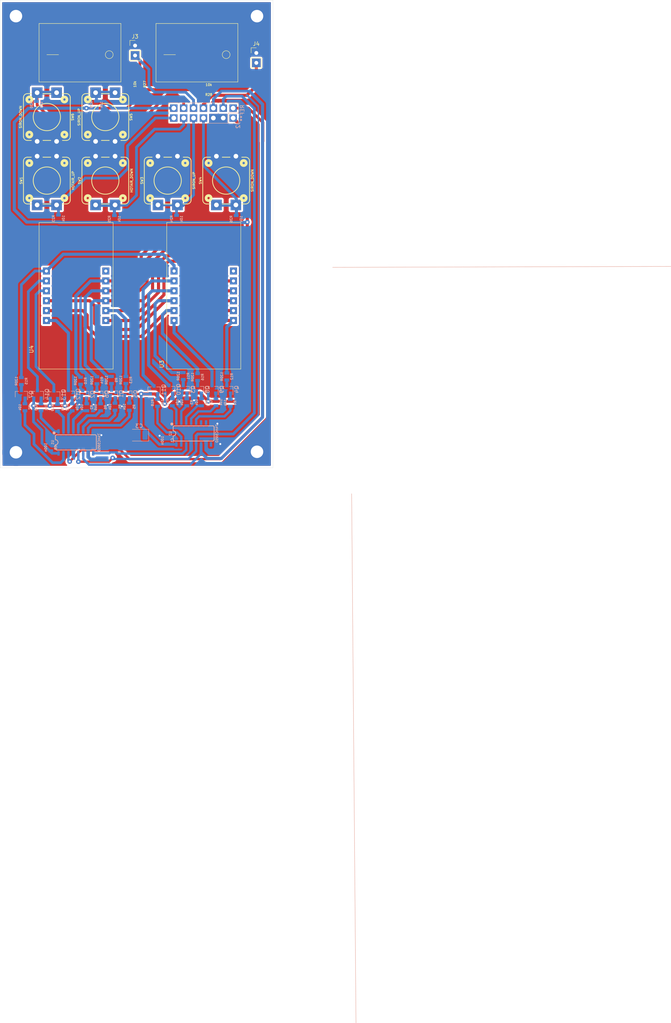
<source format=kicad_pcb>
(kicad_pcb (version 20171130) (host pcbnew "(5.1.5)-3")
  (layers (0 F.Cu signal) (31 B.Cu signal) (34 B.Paste user hide) (35 F.Paste user hide) (36 B.SilkS user) (37 F.SilkS user) (38 B.Mask user hide) (39 F.Mask user hide) (44 Edge.Cuts user))
  (net 0 "")
  (net 1 HOTAIR_UP_SW)
  (net 2 HOTAIR_DOWN_SW)
  (net 3 SOLDER_UP_SW)
  (net 4 SOLDER_DOWN_SW)
  (net 5 HOTAIR_ON_SW)
  (net 6 SOLDER_ON_SW)
  (net 7 GND)
  (net 8 7SEG_LATCH)
  (net 9 7SEG_CLK)
  (net 10 7SEG_DIN)
  (net 11 +3V3)
  (net 12 "Net-(Q1-Pad3)")
  (net 13 "Net-(Q1-Pad1)")
  (net 14 "Net-(Q2-Pad3)")
  (net 15 "Net-(Q2-Pad1)")
  (net 16 "Net-(Q3-Pad3)")
  (net 17 "Net-(Q3-Pad1)")
  (net 18 "Net-(Q4-Pad3)")
  (net 19 "Net-(Q4-Pad1)")
  (net 20 "Net-(Q5-Pad3)")
  (net 21 "Net-(Q5-Pad1)")
  (net 22 "Net-(Q6-Pad3)")
  (net 23 "Net-(Q6-Pad1)")
  (net 24 "Net-(Q7-Pad3)")
  (net 25 "Net-(Q7-Pad1)")
  (net 26 "Net-(Q8-Pad3)")
  (net 27 "Net-(Q8-Pad1)")
  (net 28 "Net-(Q9-Pad3)")
  (net 29 "Net-(Q9-Pad1)")
  (net 30 "Net-(Q10-Pad3)")
  (net 31 "Net-(Q10-Pad1)")
  (net 32 "Net-(Q11-Pad3)")
  (net 33 "Net-(Q11-Pad1)")
  (net 34 "Net-(Q12-Pad3)")
  (net 35 "Net-(Q12-Pad1)")
  (net 36 "Net-(Q13-Pad3)")
  (net 37 "Net-(Q13-Pad1)")
  (net 38 "Net-(Q14-Pad3)")
  (net 39 "Net-(Q14-Pad1)")
  (net 40 "Net-(R9-Pad2)")
  (net 41 "Net-(R10-Pad2)")
  (net 42 "Net-(R11-Pad2)")
  (net 43 "Net-(R12-Pad2)")
  (net 44 "Net-(R13-Pad2)")
  (net 45 "Net-(R14-Pad2)")
  (net 46 "Net-(R15-Pad2)")
  (net 47 "Net-(R16-Pad2)")
  (net 48 "Net-(U1-Pad9)")
  (net 49 SEG_DP)
  (net 50 SEG_G)
  (net 51 SEG_F)
  (net 52 SEG_E)
  (net 53 SEG_D)
  (net 54 SEG_C)
  (net 55 SEG_B)
  (net 56 SEG_A)
  (net 57 IRON_DIG2)
  (net 58 IRON_DIG3)
  (net 59 HOTAIR_DIG2)
  (net 60 HOTAIR_DIG3)
  (net 61 IRON_DIG1)
  (net 62 HOTAIR_DIG1)
  (net 63 HOTAIR_FAN_UP_SW)
  (net 64 HOTAIR_FAN_DOWN_SW)
  (module Capacitor_Tantalum_SMD:CP_EIA-3528-21_Kemet-B (layer B.Cu) (at 58.93308 128.43256 180)
    (fp_text reference C3 (at 0 2.35 180) (layer B.SilkS) (effects (justify mirror)))
    (fp_text value 47u)
    (pad 2 smd roundrect (at 1.5375 0 180) (size 1.325 2.35) (layers B.Cu B.Paste B.Mask) (roundrect_rratio 0.188679) (net 7 GND))
    (pad 1 smd roundrect (at -1.5375 0 180) (size 1.325 2.35) (layers B.Cu B.Paste B.Mask) (roundrect_rratio 0.188679) (net 11 +3V3))
  )
  (module Switches:TACTILE_SWITCH_PTH_12MM (layer F.Cu) (at 81.2634 63.1136 90)
    (fp_text reference SW4 (at 0 -6.604 90) (layer F.SilkS) (effects (font (size 0.6096 0.6096) (thickness 0.127))))
    (fp_text value SIRON_DOWN (at 0 6.731 90) (layer F.SilkS) (effects (font (size 0.6096 0.6096) (thickness 0.127))))
    (pad 2 thru_hole rect (at -6.2484 -2.49936 90) (size 2.7 2.7) (drill 1.19888) (layers *.Cu *.Mask) (net 4 SOLDER_DOWN_SW))
    (pad 1 thru_hole rect (at 6.2484 -2.49936 90) (size 2.7 2.7) (drill 1.19888) (layers *.Cu *.Mask) (net 7 GND))
    (pad 2 thru_hole rect (at -6.2484 2.49936 90) (size 2.7 2.7) (drill 1.19888) (layers *.Cu *.Mask) (net 4 SOLDER_DOWN_SW))
    (pad 1 thru_hole rect (at 6.2484 2.49936 90) (size 2.7 2.7) (drill 1.19888) (layers *.Cu *.Mask) (net 7 GND))
  )
  (module Switches:TACTILE_SWITCH_PTH_12MM (layer F.Cu) (at 66.2634 63.1136 90)
    (fp_text reference SW3 (at 0 -6.604 90) (layer F.SilkS) (effects (font (size 0.6096 0.6096) (thickness 0.127))))
    (fp_text value SIRON_UP (at 0 6.731 90) (layer F.SilkS) (effects (font (size 0.6096 0.6096) (thickness 0.127))))
    (pad 2 thru_hole rect (at -6.2484 -2.49936 90) (size 2.7 2.7) (drill 1.19888) (layers *.Cu *.Mask) (net 3 SOLDER_UP_SW))
    (pad 1 thru_hole rect (at 6.2484 -2.49936 90) (size 2.7 2.7) (drill 1.19888) (layers *.Cu *.Mask) (net 7 GND))
    (pad 2 thru_hole rect (at -6.2484 2.49936 90) (size 2.7 2.7) (drill 1.19888) (layers *.Cu *.Mask) (net 3 SOLDER_UP_SW))
    (pad 1 thru_hole rect (at 6.2484 2.49936 90) (size 2.7 2.7) (drill 1.19888) (layers *.Cu *.Mask) (net 7 GND))
  )
  (module Switches:TACTILE_SWITCH_PTH_12MM (layer F.Cu) (at 50.2634 63.1136 90)
    (fp_text reference SW2 (at 0 -6.604 90) (layer F.SilkS) (effects (font (size 0.6096 0.6096) (thickness 0.127))))
    (fp_text value HOTAIR_DOWN (at 0 6.731 90) (layer F.SilkS) (effects (font (size 0.6096 0.6096) (thickness 0.127))))
    (pad 2 thru_hole rect (at -6.2484 -2.49936 90) (size 2.7 2.7) (drill 1.19888) (layers *.Cu *.Mask) (net 2 HOTAIR_DOWN_SW))
    (pad 1 thru_hole rect (at 6.2484 -2.49936 90) (size 2.7 2.7) (drill 1.19888) (layers *.Cu *.Mask) (net 7 GND))
    (pad 2 thru_hole rect (at -6.2484 2.49936 90) (size 2.7 2.7) (drill 1.19888) (layers *.Cu *.Mask) (net 2 HOTAIR_DOWN_SW))
    (pad 1 thru_hole rect (at 6.2484 2.49936 90) (size 2.7 2.7) (drill 1.19888) (layers *.Cu *.Mask) (net 7 GND))
  )
  (module Switches:TACTILE_SWITCH_PTH_12MM (layer F.Cu) (at 35.2634 63.1136 90)
    (fp_text reference SW1 (at 0 -6.604 90) (layer F.SilkS) (effects (font (size 0.6096 0.6096) (thickness 0.127))))
    (fp_text value HOTAIR_UP (at 0 6.731 90) (layer F.SilkS) (effects (font (size 0.6096 0.6096) (thickness 0.127))))
    (pad 2 thru_hole rect (at -6.2484 -2.49936 90) (size 2.7 2.7) (drill 1.19888) (layers *.Cu *.Mask) (net 1 HOTAIR_UP_SW))
    (pad 1 thru_hole rect (at 6.2484 -2.49936 90) (size 2.7 2.7) (drill 1.19888) (layers *.Cu *.Mask) (net 7 GND))
    (pad 2 thru_hole rect (at -6.2484 2.49936 90) (size 2.7 2.7) (drill 1.19888) (layers *.Cu *.Mask) (net 1 HOTAIR_UP_SW))
    (pad 1 thru_hole rect (at 6.2484 2.49936 90) (size 2.7 2.7) (drill 1.19888) (layers *.Cu *.Mask) (net 7 GND))
  )
  (module Switches:TACTILE_SWITCH_PTH_12MM (layer F.Cu) (at 35.2634 46.8136 270)
    (fp_text reference SW6 (at 0 -6.604 90) (layer F.SilkS) (effects (font (size 0.6096 0.6096) (thickness 0.127))))
    (fp_text value SIRON_DOWN (at 0 6.731 90) (layer F.SilkS) (effects (font (size 0.6096 0.6096) (thickness 0.127))))
    (pad 2 thru_hole rect (at -6.2484 -2.49936 270) (size 2.7 2.7) (drill 1.19888) (layers *.Cu *.Mask) (net 64 HOTAIR_FAN_DOWN_SW))
    (pad 1 thru_hole rect (at 6.2484 -2.49936 270) (size 2.7 2.7) (drill 1.19888) (layers *.Cu *.Mask) (net 7 GND))
    (pad 2 thru_hole rect (at -6.2484 2.49936 270) (size 2.7 2.7) (drill 1.19888) (layers *.Cu *.Mask) (net 64 HOTAIR_FAN_DOWN_SW))
    (pad 1 thru_hole rect (at 6.2484 2.49936 270) (size 2.7 2.7) (drill 1.19888) (layers *.Cu *.Mask) (net 7 GND))
  )
  (module Switches:TACTILE_SWITCH_PTH_12MM (layer F.Cu) (at 50.2634 46.8136 270)
    (fp_text reference SW5 (at 0 -6.604 270) (layer F.SilkS) (effects (font (size 0.6096 0.6096) (thickness 0.127))))
    (fp_text value SIRON_UP (at 0 6.731 270) (layer F.SilkS) (effects (font (size 0.6096 0.6096) (thickness 0.127))))
    (pad 2 thru_hole rect (at -6.2484 -2.49936 270) (size 2.7 2.7) (drill 1.19888) (layers *.Cu *.Mask) (net 63 HOTAIR_FAN_UP_SW))
    (pad 1 thru_hole rect (at 6.2484 -2.49936 270) (size 2.7 2.7) (drill 1.19888) (layers *.Cu *.Mask) (net 7 GND))
    (pad 2 thru_hole rect (at -6.2484 2.49936 270) (size 2.7 2.7) (drill 1.19888) (layers *.Cu *.Mask) (net 63 HOTAIR_FAN_UP_SW))
    (pad 1 thru_hole rect (at 6.2484 2.49936 270) (size 2.7 2.7) (drill 1.19888) (layers *.Cu *.Mask) (net 7 GND))
  )
  (module Capacitors:0805 (layer B.Cu) (at 36.2458 131.572 90)
    (fp_text reference C2 (at 0 1.27 90) (layer B.SilkS) (effects (font (size 0.6096 0.6096) (thickness 0.127)) (justify mirror)))
    (fp_text value 100n (at 0 -1.27 90) (layer B.SilkS) (effects (font (size 0.6096 0.6096) (thickness 0.127)) (justify mirror)))
    (pad 2 smd rect (at 0.89916 0 90) (size 0.79756 1.19888) (layers B.Cu B.Paste B.Mask) (net 7 GND))
    (pad 1 smd rect (at -0.89916 0 90) (size 0.79756 1.19888) (layers B.Cu B.Paste B.Mask) (net 11 +3V3))
  )
  (module Capacitors:0805 (layer B.Cu) (at 66.167 129.794 90)
    (fp_text reference C1 (at 0 1.27 90) (layer B.SilkS) (effects (font (size 0.6096 0.6096) (thickness 0.127)) (justify mirror)))
    (fp_text value 100n (at 0 -1.27 90) (layer B.SilkS) (effects (font (size 0.6096 0.6096) (thickness 0.127)) (justify mirror)))
    (pad 2 smd rect (at 0.89916 0 90) (size 0.79756 1.19888) (layers B.Cu B.Paste B.Mask) (net 7 GND))
    (pad 1 smd rect (at -0.89916 0 90) (size 0.79756 1.19888) (layers B.Cu B.Paste B.Mask) (net 11 +3V3))
  )
  (module Package_TO_SOT_SMD:SOT-23 (layer B.Cu) (at 40.7924 117.9068 90)
    (fp_text reference Q12 (at 0 2.5 270) (layer B.SilkS) (effects (justify mirror)))
    (fp_text value BC807)
    (pad 3 smd rect (at 1 0 90) (size 0.9 0.8) (layers B.Cu B.Paste B.Mask) (net 34 "Net-(Q12-Pad3)"))
    (pad 2 smd rect (at -1 -0.95 90) (size 0.9 0.8) (layers B.Cu B.Paste B.Mask) (net 11 +3V3))
    (pad 1 smd rect (at -1 0.95 90) (size 0.9 0.8) (layers B.Cu B.Paste B.Mask) (net 35 "Net-(Q12-Pad1)"))
  )
  (module Capacitors:0805 (layer B.Cu) (at 32.5882 43.688 270)
    (fp_text reference R30 (at 0 1.27 90) (layer B.SilkS) (effects (font (size 0.6096 0.6096) (thickness 0.127)) (justify mirror)))
    (fp_text value 10k (at 0 -1.27 90) (layer B.SilkS) (effects (font (size 0.6096 0.6096) (thickness 0.127)) (justify mirror)))
    (pad 2 smd rect (at 0.89916 0 270) (size 0.79756 1.19888) (layers B.Cu B.Paste B.Mask) (net 11 +3V3))
    (pad 1 smd rect (at -0.89916 0 270) (size 0.79756 1.19888) (layers B.Cu B.Paste B.Mask) (net 64 HOTAIR_FAN_DOWN_SW))
  )
  (module Capacitors:0805 (layer B.Cu) (at 47.9806 43.6372 270)
    (fp_text reference R29 (at 0 1.27 90) (layer B.SilkS) (effects (font (size 0.6096 0.6096) (thickness 0.127)) (justify mirror)))
    (fp_text value 10k (at 0 -1.27 90) (layer B.SilkS) (effects (font (size 0.6096 0.6096) (thickness 0.127)) (justify mirror)))
    (pad 2 smd rect (at 0.89916 0 270) (size 0.79756 1.19888) (layers B.Cu B.Paste B.Mask) (net 11 +3V3))
    (pad 1 smd rect (at -0.89916 0 270) (size 0.79756 1.19888) (layers B.Cu B.Paste B.Mask) (net 63 HOTAIR_FAN_UP_SW))
  )
  (module Package_TO_SOT_SMD:SOT-23 (layer B.Cu) (at 73.9394 116.6876 90)
    (fp_text reference Q8 (at 0 2.5 90) (layer B.SilkS) (effects (justify mirror)))
    (fp_text value BC817)
    (pad 3 smd rect (at 1 0 90) (size 0.9 0.8) (layers B.Cu B.Paste B.Mask) (net 26 "Net-(Q8-Pad3)"))
    (pad 2 smd rect (at -1 -0.95 90) (size 0.9 0.8) (layers B.Cu B.Paste B.Mask) (net 7 GND))
    (pad 1 smd rect (at -1 0.95 90) (size 0.9 0.8) (layers B.Cu B.Paste B.Mask) (net 27 "Net-(Q8-Pad1)"))
  )
  (module Silicon-Standard:SO16 (layer B.Cu) (at 72.9234 127.9906)
    (fp_text reference U2 (at -5.969 0 -90) (layer B.SilkS) (effects (font (size 0.6096 0.6096) (thickness 0.127)) (justify mirror)))
    (fp_text value 74HC595D (at 5.969 0 -90) (layer B.SilkS) (effects (font (size 0.6096 0.6096) (thickness 0.127)) (justify mirror)))
    (pad 16 smd rect (at -4.445 2.79908) (size 0.59944 1.19888) (layers B.Cu B.Paste B.Mask) (net 11 +3V3))
    (pad 15 smd rect (at -3.175 2.79908) (size 0.59944 1.19888) (layers B.Cu B.Paste B.Mask) (net 58 IRON_DIG3))
    (pad 14 smd rect (at -1.905 2.79908) (size 0.59944 1.19888) (layers B.Cu B.Paste B.Mask) (net 48 "Net-(U1-Pad9)"))
    (pad 13 smd rect (at -0.635 2.79908) (size 0.59944 1.19888) (layers B.Cu B.Paste B.Mask) (net 7 GND))
    (pad 12 smd rect (at 0.635 2.79908) (size 0.59944 1.19888) (layers B.Cu B.Paste B.Mask) (net 8 7SEG_LATCH))
    (pad 11 smd rect (at 1.905 2.79908) (size 0.59944 1.19888) (layers B.Cu B.Paste B.Mask) (net 9 7SEG_CLK))
    (pad 10 smd rect (at 3.175 2.79908) (size 0.59944 1.19888) (layers B.Cu B.Paste B.Mask) (net 7 GND))
    (pad 9 smd rect (at 4.445 2.79908) (size 0.59944 1.19888) (layers B.Cu B.Paste B.Mask))
    (pad 8 smd rect (at 4.445 -2.79908) (size 0.59944 1.19888) (layers B.Cu B.Paste B.Mask) (net 7 GND))
    (pad 7 smd rect (at 3.175 -2.79908) (size 0.59944 1.19888) (layers B.Cu B.Paste B.Mask))
    (pad 6 smd rect (at 1.905 -2.79908) (size 0.59944 1.19888) (layers B.Cu B.Paste B.Mask))
    (pad 5 smd rect (at 0.635 -2.79908) (size 0.59944 1.19888) (layers B.Cu B.Paste B.Mask) (net 52 SEG_E))
    (pad 4 smd rect (at -0.635 -2.79908) (size 0.59944 1.19888) (layers B.Cu B.Paste B.Mask) (net 61 IRON_DIG1))
    (pad 3 smd rect (at -1.905 -2.79908) (size 0.59944 1.19888) (layers B.Cu B.Paste B.Mask) (net 56 SEG_A))
    (pad 2 smd rect (at -3.175 -2.79908) (size 0.59944 1.19888) (layers B.Cu B.Paste B.Mask) (net 51 SEG_F))
    (pad 1 smd rect (at -4.445 -2.79908) (size 0.59944 1.19888) (layers B.Cu B.Paste B.Mask) (net 57 IRON_DIG2))
  )
  (module Silicon-Standard:SO16 (layer B.Cu) (at 42.6974 130.2766)
    (fp_text reference U1 (at -5.969 0 -90) (layer B.SilkS) (effects (font (size 0.6096 0.6096) (thickness 0.127)) (justify mirror)))
    (fp_text value 74HC595D (at 5.969 0 -90) (layer B.SilkS) (effects (font (size 0.6096 0.6096) (thickness 0.127)) (justify mirror)))
    (pad 16 smd rect (at -4.445 2.79908) (size 0.59944 1.19888) (layers B.Cu B.Paste B.Mask) (net 11 +3V3))
    (pad 15 smd rect (at -3.175 2.79908) (size 0.59944 1.19888) (layers B.Cu B.Paste B.Mask) (net 55 SEG_B))
    (pad 14 smd rect (at -1.905 2.79908) (size 0.59944 1.19888) (layers B.Cu B.Paste B.Mask) (net 10 7SEG_DIN))
    (pad 13 smd rect (at -0.635 2.79908) (size 0.59944 1.19888) (layers B.Cu B.Paste B.Mask) (net 7 GND))
    (pad 12 smd rect (at 0.635 2.79908) (size 0.59944 1.19888) (layers B.Cu B.Paste B.Mask) (net 8 7SEG_LATCH))
    (pad 11 smd rect (at 1.905 2.79908) (size 0.59944 1.19888) (layers B.Cu B.Paste B.Mask) (net 9 7SEG_CLK))
    (pad 10 smd rect (at 3.175 2.79908) (size 0.59944 1.19888) (layers B.Cu B.Paste B.Mask) (net 7 GND))
    (pad 9 smd rect (at 4.445 2.79908) (size 0.59944 1.19888) (layers B.Cu B.Paste B.Mask) (net 48 "Net-(U1-Pad9)"))
    (pad 8 smd rect (at 4.445 -2.79908) (size 0.59944 1.19888) (layers B.Cu B.Paste B.Mask) (net 7 GND))
    (pad 7 smd rect (at 3.175 -2.79908) (size 0.59944 1.19888) (layers B.Cu B.Paste B.Mask) (net 53 SEG_D))
    (pad 6 smd rect (at 1.905 -2.79908) (size 0.59944 1.19888) (layers B.Cu B.Paste B.Mask) (net 49 SEG_DP))
    (pad 5 smd rect (at 0.635 -2.79908) (size 0.59944 1.19888) (layers B.Cu B.Paste B.Mask) (net 54 SEG_C))
    (pad 4 smd rect (at -0.635 -2.79908) (size 0.59944 1.19888) (layers B.Cu B.Paste B.Mask) (net 50 SEG_G))
    (pad 3 smd rect (at -1.905 -2.79908) (size 0.59944 1.19888) (layers B.Cu B.Paste B.Mask) (net 62 HOTAIR_DIG1))
    (pad 2 smd rect (at -3.175 -2.79908) (size 0.59944 1.19888) (layers B.Cu B.Paste B.Mask) (net 59 HOTAIR_DIG2))
    (pad 1 smd rect (at -4.445 -2.79908) (size 0.59944 1.19888) (layers B.Cu B.Paste B.Mask) (net 60 HOTAIR_DIG3))
  )
  (module Capacitors:0805 (layer F.Cu) (at 76.80452 39.80688 180)
    (fp_text reference R28 (at 0 -1.27 180) (layer F.SilkS) (effects (font (size 0.6096 0.6096) (thickness 0.127))))
    (fp_text value 10k (at 0 1.27 180) (layer F.SilkS) (effects (font (size 0.6096 0.6096) (thickness 0.127))))
    (pad 2 smd rect (at 0.89916 0 180) (size 0.79756 1.19888) (layers F.Cu F.Paste F.Mask) (net 11 +3V3))
    (pad 1 smd rect (at -0.89916 0 180) (size 0.79756 1.19888) (layers F.Cu F.Paste F.Mask) (net 6 SOLDER_ON_SW))
  )
  (module Capacitors:0805 (layer F.Cu) (at 59.13628 38.37432 270)
    (fp_text reference R27 (at 0 -1.27 90) (layer F.SilkS) (effects (font (size 0.6096 0.6096) (thickness 0.127))))
    (fp_text value 10k (at 0 1.27 90) (layer F.SilkS) (effects (font (size 0.6096 0.6096) (thickness 0.127))))
    (pad 2 smd rect (at 0.89916 0 270) (size 0.79756 1.19888) (layers F.Cu F.Paste F.Mask) (net 11 +3V3))
    (pad 1 smd rect (at -0.89916 0 270) (size 0.79756 1.19888) (layers F.Cu F.Paste F.Mask) (net 5 HOTAIR_ON_SW))
  )
  (module Capacitors:0805 (layer B.Cu) (at 83.8294 72.9696 270)
    (fp_text reference R26 (at 0 1.27 90) (layer B.SilkS) (effects (font (size 0.6096 0.6096) (thickness 0.127)) (justify mirror)))
    (fp_text value 10k (at 0 -1.27 90) (layer B.SilkS) (effects (font (size 0.6096 0.6096) (thickness 0.127)) (justify mirror)))
    (pad 2 smd rect (at 0.89916 0 270) (size 0.79756 1.19888) (layers B.Cu B.Paste B.Mask) (net 11 +3V3))
    (pad 1 smd rect (at -0.89916 0 270) (size 0.79756 1.19888) (layers B.Cu B.Paste B.Mask) (net 4 SOLDER_DOWN_SW))
  )
  (module Capacitors:0805 (layer B.Cu) (at 52.5874 72.9696 270)
    (fp_text reference R25 (at 0 1.27 90) (layer B.SilkS) (effects (font (size 0.6096 0.6096) (thickness 0.127)) (justify mirror)))
    (fp_text value 10k (at 0 -1.27 90) (layer B.SilkS) (effects (font (size 0.6096 0.6096) (thickness 0.127)) (justify mirror)))
    (pad 2 smd rect (at 0.89916 0 270) (size 0.79756 1.19888) (layers B.Cu B.Paste B.Mask) (net 11 +3V3))
    (pad 1 smd rect (at -0.89916 0 270) (size 0.79756 1.19888) (layers B.Cu B.Paste B.Mask) (net 2 HOTAIR_DOWN_SW))
  )
  (module Capacitors:0805 (layer B.Cu) (at 68.5292 72.92848 270)
    (fp_text reference R24 (at 0 1.27 90) (layer B.SilkS) (effects (font (size 0.6096 0.6096) (thickness 0.127)) (justify mirror)))
    (fp_text value 10k (at 0 -1.27 90) (layer B.SilkS) (effects (font (size 0.6096 0.6096) (thickness 0.127)) (justify mirror)))
    (pad 2 smd rect (at 0.89916 0 270) (size 0.79756 1.19888) (layers B.Cu B.Paste B.Mask) (net 11 +3V3))
    (pad 1 smd rect (at -0.89916 0 270) (size 0.79756 1.19888) (layers B.Cu B.Paste B.Mask) (net 3 SOLDER_UP_SW))
  )
  (module Capacitors:0805 (layer B.Cu) (at 38.2364 72.8426 270)
    (fp_text reference R23 (at 0 1.27 90) (layer B.SilkS) (effects (font (size 0.6096 0.6096) (thickness 0.127)) (justify mirror)))
    (fp_text value 10k (at 0 -1.27 90) (layer B.SilkS) (effects (font (size 0.6096 0.6096) (thickness 0.127)) (justify mirror)))
    (pad 2 smd rect (at 0.89916 0 270) (size 0.79756 1.19888) (layers B.Cu B.Paste B.Mask) (net 11 +3V3))
    (pad 1 smd rect (at -0.89916 0 270) (size 0.79756 1.19888) (layers B.Cu B.Paste B.Mask) (net 1 HOTAIR_UP_SW))
  )
  (module Capacitors:0805 (layer B.Cu) (at 41.7576 121.26976 270)
    (fp_text reference R22 (at 0 1.27 90) (layer B.SilkS) (effects (font (size 0.6096 0.6096) (thickness 0.127)) (justify mirror)))
    (fp_text value 10k (at 0 -1.27 90) (layer B.SilkS) (effects (font (size 0.6096 0.6096) (thickness 0.127)) (justify mirror)))
    (pad 2 smd rect (at 0.89916 0 270) (size 0.79756 1.19888) (layers B.Cu B.Paste B.Mask) (net 62 HOTAIR_DIG1))
    (pad 1 smd rect (at -0.89916 0 270) (size 0.79756 1.19888) (layers B.Cu B.Paste B.Mask) (net 35 "Net-(Q12-Pad1)"))
  )
  (module Capacitors:0805 (layer B.Cu) (at 78.6384 119.9896 270)
    (fp_text reference R21 (at 0 1.27 90) (layer B.SilkS) (effects (font (size 0.6096 0.6096) (thickness 0.127)) (justify mirror)))
    (fp_text value 10k (at 0 -1.27 90) (layer B.SilkS) (effects (font (size 0.6096 0.6096) (thickness 0.127)) (justify mirror)))
    (pad 2 smd rect (at 0.89916 0 270) (size 0.79756 1.19888) (layers B.Cu B.Paste B.Mask) (net 61 IRON_DIG1))
    (pad 1 smd rect (at -0.89916 0 270) (size 0.79756 1.19888) (layers B.Cu B.Paste B.Mask) (net 29 "Net-(Q9-Pad1)"))
  )
  (module Capacitors:0805 (layer B.Cu) (at 33.7566 121.2596 270)
    (fp_text reference R20 (at 0 1.27 90) (layer B.SilkS) (effects (font (size 0.6096 0.6096) (thickness 0.127)) (justify mirror)))
    (fp_text value 10k (at 0 -1.27 90) (layer B.SilkS) (effects (font (size 0.6096 0.6096) (thickness 0.127)) (justify mirror)))
    (pad 2 smd rect (at 0.89916 0 270) (size 0.79756 1.19888) (layers B.Cu B.Paste B.Mask) (net 60 HOTAIR_DIG3))
    (pad 1 smd rect (at -0.89916 0 270) (size 0.79756 1.19888) (layers B.Cu B.Paste B.Mask) (net 39 "Net-(Q14-Pad1)"))
  )
  (module Capacitors:0805 (layer B.Cu) (at 37.9984 121.3866 270)
    (fp_text reference R19 (at 0 1.27 90) (layer B.SilkS) (effects (font (size 0.6096 0.6096) (thickness 0.127)) (justify mirror)))
    (fp_text value 10k (at 0 -1.27 90) (layer B.SilkS) (effects (font (size 0.6096 0.6096) (thickness 0.127)) (justify mirror)))
    (pad 2 smd rect (at 0.89916 0 270) (size 0.79756 1.19888) (layers B.Cu B.Paste B.Mask) (net 59 HOTAIR_DIG2))
    (pad 1 smd rect (at -0.89916 0 270) (size 0.79756 1.19888) (layers B.Cu B.Paste B.Mask) (net 37 "Net-(Q13-Pad1)"))
  )
  (module Capacitors:0805 (layer B.Cu) (at 63.6524 120.1166 270)
    (fp_text reference R18 (at 0 1.27 90) (layer B.SilkS) (effects (font (size 0.6096 0.6096) (thickness 0.127)) (justify mirror)))
    (fp_text value 10k (at 0 -1.27 90) (layer B.SilkS) (effects (font (size 0.6096 0.6096) (thickness 0.127)) (justify mirror)))
    (pad 2 smd rect (at 0.89916 0 270) (size 0.79756 1.19888) (layers B.Cu B.Paste B.Mask) (net 58 IRON_DIG3))
    (pad 1 smd rect (at -0.89916 0 270) (size 0.79756 1.19888) (layers B.Cu B.Paste B.Mask) (net 33 "Net-(Q11-Pad1)"))
  )
  (module Capacitors:0805 (layer B.Cu) (at 67.4624 119.9896 270)
    (fp_text reference R17 (at 0 1.27 90) (layer B.SilkS) (effects (font (size 0.6096 0.6096) (thickness 0.127)) (justify mirror)))
    (fp_text value 10k (at 0 -1.27 90) (layer B.SilkS) (effects (font (size 0.6096 0.6096) (thickness 0.127)) (justify mirror)))
    (pad 2 smd rect (at 0.89916 0 270) (size 0.79756 1.19888) (layers B.Cu B.Paste B.Mask) (net 57 IRON_DIG2))
    (pad 1 smd rect (at -0.89916 0 270) (size 0.79756 1.19888) (layers B.Cu B.Paste B.Mask) (net 31 "Net-(Q10-Pad1)"))
  )
  (module Capacitors:0805 (layer B.Cu) (at 73.9394 113.5126 90)
    (fp_text reference R16 (at 0 1.27 90) (layer B.SilkS) (effects (font (size 0.6096 0.6096) (thickness 0.127)) (justify mirror)))
    (fp_text value 120R (at 0 -1.27 90) (layer B.SilkS) (effects (font (size 0.6096 0.6096) (thickness 0.127)) (justify mirror)))
    (pad 2 smd rect (at 0.89916 0 90) (size 0.79756 1.19888) (layers B.Cu B.Paste B.Mask) (net 47 "Net-(R16-Pad2)"))
    (pad 1 smd rect (at -0.89916 0 90) (size 0.79756 1.19888) (layers B.Cu B.Paste B.Mask) (net 26 "Net-(Q8-Pad3)"))
  )
  (module Capacitors:0805 (layer B.Cu) (at 28.7274 114.554 90)
    (fp_text reference R15 (at 0 1.27 90) (layer B.SilkS) (effects (font (size 0.6096 0.6096) (thickness 0.127)) (justify mirror)))
    (fp_text value 120R (at 0 -1.27 90) (layer B.SilkS) (effects (font (size 0.6096 0.6096) (thickness 0.127)) (justify mirror)))
    (pad 2 smd rect (at 0.89916 0 90) (size 0.79756 1.19888) (layers B.Cu B.Paste B.Mask) (net 46 "Net-(R15-Pad2)"))
    (pad 1 smd rect (at -0.89916 0 90) (size 0.79756 1.19888) (layers B.Cu B.Paste B.Mask) (net 24 "Net-(Q7-Pad3)"))
  )
  (module Capacitors:0805 (layer B.Cu) (at 48.0964 114.3426 90)
    (fp_text reference R14 (at 0 1.27 90) (layer B.SilkS) (effects (font (size 0.6096 0.6096) (thickness 0.127)) (justify mirror)))
    (fp_text value 120R (at 0 -1.27 90) (layer B.SilkS) (effects (font (size 0.6096 0.6096) (thickness 0.127)) (justify mirror)))
    (pad 2 smd rect (at 0.89916 0 90) (size 0.79756 1.19888) (layers B.Cu B.Paste B.Mask) (net 45 "Net-(R14-Pad2)"))
    (pad 1 smd rect (at -0.89916 0 90) (size 0.79756 1.19888) (layers B.Cu B.Paste B.Mask) (net 22 "Net-(Q6-Pad3)"))
  )
  (module Capacitors:0805 (layer B.Cu) (at 55.5244 114.2746 90)
    (fp_text reference R13 (at 0 1.27 90) (layer B.SilkS) (effects (font (size 0.6096 0.6096) (thickness 0.127)) (justify mirror)))
    (fp_text value 120R (at 0 -1.27 90) (layer B.SilkS) (effects (font (size 0.6096 0.6096) (thickness 0.127)) (justify mirror)))
    (pad 2 smd rect (at 0.89916 0 90) (size 0.79756 1.19888) (layers B.Cu B.Paste B.Mask) (net 44 "Net-(R13-Pad2)"))
    (pad 1 smd rect (at -0.89916 0 90) (size 0.79756 1.19888) (layers B.Cu B.Paste B.Mask) (net 20 "Net-(Q5-Pad3)"))
  )
  (module Capacitors:0805 (layer B.Cu) (at 81.4324 113.3856 90)
    (fp_text reference R12 (at 0 1.27 90) (layer B.SilkS) (effects (font (size 0.6096 0.6096) (thickness 0.127)) (justify mirror)))
    (fp_text value 120R (at 0 -1.27 90) (layer B.SilkS) (effects (font (size 0.6096 0.6096) (thickness 0.127)) (justify mirror)))
    (pad 2 smd rect (at 0.89916 0 90) (size 0.79756 1.19888) (layers B.Cu B.Paste B.Mask) (net 43 "Net-(R12-Pad2)"))
    (pad 1 smd rect (at -0.89916 0 90) (size 0.79756 1.19888) (layers B.Cu B.Paste B.Mask) (net 18 "Net-(Q4-Pad3)"))
  )
  (module Capacitors:0805 (layer B.Cu) (at 70.2564 113.2586 90)
    (fp_text reference R11 (at 0 1.27 90) (layer B.SilkS) (effects (font (size 0.6096 0.6096) (thickness 0.127)) (justify mirror)))
    (fp_text value 120R (at 0 -1.27 90) (layer B.SilkS) (effects (font (size 0.6096 0.6096) (thickness 0.127)) (justify mirror)))
    (pad 2 smd rect (at 0.89916 0 90) (size 0.79756 1.19888) (layers B.Cu B.Paste B.Mask) (net 42 "Net-(R11-Pad2)"))
    (pad 1 smd rect (at -0.89916 0 90) (size 0.79756 1.19888) (layers B.Cu B.Paste B.Mask) (net 16 "Net-(Q3-Pad3)"))
  )
  (module Capacitors:0805 (layer B.Cu) (at 43.9054 114.4696 90)
    (fp_text reference R10 (at 0 1.27 90) (layer B.SilkS) (effects (font (size 0.6096 0.6096) (thickness 0.127)) (justify mirror)))
    (fp_text value 120R (at 0 -1.27 90) (layer B.SilkS) (effects (font (size 0.6096 0.6096) (thickness 0.127)) (justify mirror)))
    (pad 2 smd rect (at 0.89916 0 90) (size 0.79756 1.19888) (layers B.Cu B.Paste B.Mask) (net 41 "Net-(R10-Pad2)"))
    (pad 1 smd rect (at -0.89916 0 90) (size 0.79756 1.19888) (layers B.Cu B.Paste B.Mask) (net 14 "Net-(Q2-Pad3)"))
  )
  (module Capacitors:0805 (layer B.Cu) (at 51.8414 114.2746 90)
    (fp_text reference R9 (at 0 1.27 90) (layer B.SilkS) (effects (font (size 0.6096 0.6096) (thickness 0.127)) (justify mirror)))
    (fp_text value 120R (at 0 -1.27 90) (layer B.SilkS) (effects (font (size 0.6096 0.6096) (thickness 0.127)) (justify mirror)))
    (pad 2 smd rect (at 0.89916 0 90) (size 0.79756 1.19888) (layers B.Cu B.Paste B.Mask) (net 40 "Net-(R9-Pad2)"))
    (pad 1 smd rect (at -0.89916 0 90) (size 0.79756 1.19888) (layers B.Cu B.Paste B.Mask) (net 12 "Net-(Q1-Pad3)"))
  )
  (module Capacitors:0805 (layer B.Cu) (at 74.9554 119.9896 90)
    (fp_text reference R8 (at 0 1.27 90) (layer B.SilkS) (effects (font (size 0.6096 0.6096) (thickness 0.127)) (justify mirror)))
    (fp_text value 10k (at 0 -1.27 90) (layer B.SilkS) (effects (font (size 0.6096 0.6096) (thickness 0.127)) (justify mirror)))
    (pad 2 smd rect (at 0.89916 0 90) (size 0.79756 1.19888) (layers B.Cu B.Paste B.Mask) (net 27 "Net-(Q8-Pad1)"))
    (pad 1 smd rect (at -0.89916 0 90) (size 0.79756 1.19888) (layers B.Cu B.Paste B.Mask) (net 56 SEG_A))
  )
  (module Capacitors:0805 (layer B.Cu) (at 29.6418 121.2596 90)
    (fp_text reference R7 (at 0 1.27 90) (layer B.SilkS) (effects (font (size 0.6096 0.6096) (thickness 0.127)) (justify mirror)))
    (fp_text value 10k (at 0 -1.27 90) (layer B.SilkS) (effects (font (size 0.6096 0.6096) (thickness 0.127)) (justify mirror)))
    (pad 2 smd rect (at 0.89916 0 90) (size 0.79756 1.19888) (layers B.Cu B.Paste B.Mask) (net 25 "Net-(Q7-Pad1)"))
    (pad 1 smd rect (at -0.89916 0 90) (size 0.79756 1.19888) (layers B.Cu B.Paste B.Mask) (net 55 SEG_B))
  )
  (module Capacitors:0805 (layer B.Cu) (at 49.0474 121.2596 90)
    (fp_text reference R6 (at 0 1.27 90) (layer B.SilkS) (effects (font (size 0.6096 0.6096) (thickness 0.127)) (justify mirror)))
    (fp_text value 5k6 (at 0 -1.27 90) (layer B.SilkS) (effects (font (size 0.6096 0.6096) (thickness 0.127)) (justify mirror)))
    (pad 2 smd rect (at 0.89916 0 90) (size 0.79756 1.19888) (layers B.Cu B.Paste B.Mask) (net 23 "Net-(Q6-Pad1)"))
    (pad 1 smd rect (at -0.89916 0 90) (size 0.79756 1.19888) (layers B.Cu B.Paste B.Mask) (net 54 SEG_C))
  )
  (module Capacitors:0805 (layer B.Cu) (at 56.4134 121.1326 90)
    (fp_text reference R5 (at 0 1.27 90) (layer B.SilkS) (effects (font (size 0.6096 0.6096) (thickness 0.127)) (justify mirror)))
    (fp_text value 10k (at 0 -1.27 90) (layer B.SilkS) (effects (font (size 0.6096 0.6096) (thickness 0.127)) (justify mirror)))
    (pad 2 smd rect (at 0.89916 0 90) (size 0.79756 1.19888) (layers B.Cu B.Paste B.Mask) (net 21 "Net-(Q5-Pad1)"))
    (pad 1 smd rect (at -0.89916 0 90) (size 0.79756 1.19888) (layers B.Cu B.Paste B.Mask) (net 53 SEG_D))
  )
  (module Capacitors:0805 (layer B.Cu) (at 82.3214 120.1166 90)
    (fp_text reference R4 (at 0 1.27 90) (layer B.SilkS) (effects (font (size 0.6096 0.6096) (thickness 0.127)) (justify mirror)))
    (fp_text value 10k (at 0 -1.27 90) (layer B.SilkS) (effects (font (size 0.6096 0.6096) (thickness 0.127)) (justify mirror)))
    (pad 2 smd rect (at 0.89916 0 90) (size 0.79756 1.19888) (layers B.Cu B.Paste B.Mask) (net 19 "Net-(Q4-Pad1)"))
    (pad 1 smd rect (at -0.89916 0 90) (size 0.79756 1.19888) (layers B.Cu B.Paste B.Mask) (net 52 SEG_E))
  )
  (module Capacitors:0805 (layer B.Cu) (at 71.1454 119.9896 90)
    (fp_text reference R3 (at 0 1.27 90) (layer B.SilkS) (effects (font (size 0.6096 0.6096) (thickness 0.127)) (justify mirror)))
    (fp_text value 10k (at 0 -1.27 90) (layer B.SilkS) (effects (font (size 0.6096 0.6096) (thickness 0.127)) (justify mirror)))
    (pad 2 smd rect (at 0.89916 0 90) (size 0.79756 1.19888) (layers B.Cu B.Paste B.Mask) (net 17 "Net-(Q3-Pad1)"))
    (pad 1 smd rect (at -0.89916 0 90) (size 0.79756 1.19888) (layers B.Cu B.Paste B.Mask) (net 51 SEG_F))
  )
  (module Capacitors:0805 (layer B.Cu) (at 45.4914 121.2596 90)
    (fp_text reference R2 (at 0 1.27 90) (layer B.SilkS) (effects (font (size 0.6096 0.6096) (thickness 0.127)) (justify mirror)))
    (fp_text value 10k (at 0 -1.27 90) (layer B.SilkS) (effects (font (size 0.6096 0.6096) (thickness 0.127)) (justify mirror)))
    (pad 2 smd rect (at 0.89916 0 90) (size 0.79756 1.19888) (layers B.Cu B.Paste B.Mask) (net 15 "Net-(Q2-Pad1)"))
    (pad 1 smd rect (at -0.89916 0 90) (size 0.79756 1.19888) (layers B.Cu B.Paste B.Mask) (net 50 SEG_G))
  )
  (module Capacitors:0805 (layer B.Cu) (at 52.7304 121.1326 90)
    (fp_text reference R1 (at 0 1.27 270) (layer B.SilkS) (effects (font (size 0.6096 0.6096) (thickness 0.127)) (justify mirror)))
    (fp_text value 10k (at 0 -1.27 270) (layer B.SilkS) (effects (font (size 0.6096 0.6096) (thickness 0.127)) (justify mirror)))
    (pad 2 smd rect (at 0.89916 0 90) (size 0.79756 1.19888) (layers B.Cu B.Paste B.Mask) (net 13 "Net-(Q1-Pad1)"))
    (pad 1 smd rect (at -0.89916 0 90) (size 0.79756 1.19888) (layers B.Cu B.Paste B.Mask) (net 49 SEG_DP))
  )
  (module Package_TO_SOT_SMD:SOT-23 (layer B.Cu) (at 32.8422 117.9576 90)
    (fp_text reference Q14 (at 0 2.5 270) (layer B.SilkS) (effects (justify mirror)))
    (fp_text value BC807)
    (pad 3 smd rect (at 1 0 90) (size 0.9 0.8) (layers B.Cu B.Paste B.Mask) (net 38 "Net-(Q14-Pad3)"))
    (pad 2 smd rect (at -1 -0.95 90) (size 0.9 0.8) (layers B.Cu B.Paste B.Mask) (net 11 +3V3))
    (pad 1 smd rect (at -1 0.95 90) (size 0.9 0.8) (layers B.Cu B.Paste B.Mask) (net 39 "Net-(Q14-Pad1)"))
  )
  (module Package_TO_SOT_SMD:SOT-23 (layer B.Cu) (at 37.0586 118.0592 90)
    (fp_text reference Q13 (at 0 2.5 90) (layer B.SilkS) (effects (justify mirror)))
    (fp_text value BC807)
    (pad 3 smd rect (at 1 0 90) (size 0.9 0.8) (layers B.Cu B.Paste B.Mask) (net 36 "Net-(Q13-Pad3)"))
    (pad 2 smd rect (at -1 -0.95 90) (size 0.9 0.8) (layers B.Cu B.Paste B.Mask) (net 11 +3V3))
    (pad 1 smd rect (at -1 0.95 90) (size 0.9 0.8) (layers B.Cu B.Paste B.Mask) (net 37 "Net-(Q13-Pad1)"))
  )
  (module Package_TO_SOT_SMD:SOT-23 (layer B.Cu) (at 62.7634 116.8146 90)
    (fp_text reference Q11 (at 0 2.5 90) (layer B.SilkS) (effects (justify mirror)))
    (fp_text value BC807)
    (pad 3 smd rect (at 1 0 90) (size 0.9 0.8) (layers B.Cu B.Paste B.Mask) (net 32 "Net-(Q11-Pad3)"))
    (pad 2 smd rect (at -1 -0.95 90) (size 0.9 0.8) (layers B.Cu B.Paste B.Mask) (net 11 +3V3))
    (pad 1 smd rect (at -1 0.95 90) (size 0.9 0.8) (layers B.Cu B.Paste B.Mask) (net 33 "Net-(Q11-Pad1)"))
  )
  (module Package_TO_SOT_SMD:SOT-23 (layer B.Cu) (at 66.5734 116.6876 90)
    (fp_text reference Q10 (at 0 2.5 270) (layer B.SilkS) (effects (justify mirror)))
    (fp_text value BC807)
    (pad 3 smd rect (at 1 0 90) (size 0.9 0.8) (layers B.Cu B.Paste B.Mask) (net 30 "Net-(Q10-Pad3)"))
    (pad 2 smd rect (at -1 -0.95 90) (size 0.9 0.8) (layers B.Cu B.Paste B.Mask) (net 11 +3V3))
    (pad 1 smd rect (at -1 0.95 90) (size 0.9 0.8) (layers B.Cu B.Paste B.Mask) (net 31 "Net-(Q10-Pad1)"))
  )
  (module Package_TO_SOT_SMD:SOT-23 (layer B.Cu) (at 77.6224 116.6876 90)
    (fp_text reference Q9 (at 0 2.5 90) (layer B.SilkS) (effects (justify mirror)))
    (fp_text value BC807)
    (pad 3 smd rect (at 1 0 90) (size 0.9 0.8) (layers B.Cu B.Paste B.Mask) (net 28 "Net-(Q9-Pad3)"))
    (pad 2 smd rect (at -1 -0.95 90) (size 0.9 0.8) (layers B.Cu B.Paste B.Mask) (net 11 +3V3))
    (pad 1 smd rect (at -1 0.95 90) (size 0.9 0.8) (layers B.Cu B.Paste B.Mask) (net 29 "Net-(Q9-Pad1)"))
  )
  (module Package_TO_SOT_SMD:SOT-23 (layer B.Cu) (at 28.7274 117.9576 90)
    (fp_text reference Q7 (at 0 2.5 90) (layer B.SilkS) (effects (justify mirror)))
    (fp_text value BC817)
    (pad 3 smd rect (at 1 0 90) (size 0.9 0.8) (layers B.Cu B.Paste B.Mask) (net 24 "Net-(Q7-Pad3)"))
    (pad 2 smd rect (at -1 -0.95 90) (size 0.9 0.8) (layers B.Cu B.Paste B.Mask) (net 7 GND))
    (pad 1 smd rect (at -1 0.95 90) (size 0.9 0.8) (layers B.Cu B.Paste B.Mask) (net 25 "Net-(Q7-Pad1)"))
  )
  (module Package_TO_SOT_SMD:SOT-23 (layer B.Cu) (at 48.0964 117.8986 90)
    (fp_text reference Q6 (at 0 2.5 270) (layer B.SilkS) (effects (justify mirror)))
    (fp_text value BC817)
    (pad 3 smd rect (at 1 0 90) (size 0.9 0.8) (layers B.Cu B.Paste B.Mask) (net 22 "Net-(Q6-Pad3)"))
    (pad 2 smd rect (at -1 -0.95 90) (size 0.9 0.8) (layers B.Cu B.Paste B.Mask) (net 7 GND))
    (pad 1 smd rect (at -1 0.95 90) (size 0.9 0.8) (layers B.Cu B.Paste B.Mask) (net 23 "Net-(Q6-Pad1)"))
  )
  (module Package_TO_SOT_SMD:SOT-23 (layer B.Cu) (at 55.5244 117.8306 90)
    (fp_text reference Q5 (at 0 2.5 90) (layer B.SilkS) (effects (justify mirror)))
    (fp_text value BC817)
    (pad 3 smd rect (at 1 0 90) (size 0.9 0.8) (layers B.Cu B.Paste B.Mask) (net 20 "Net-(Q5-Pad3)"))
    (pad 2 smd rect (at -1 -0.95 90) (size 0.9 0.8) (layers B.Cu B.Paste B.Mask) (net 7 GND))
    (pad 1 smd rect (at -1 0.95 90) (size 0.9 0.8) (layers B.Cu B.Paste B.Mask) (net 21 "Net-(Q5-Pad1)"))
  )
  (module Package_TO_SOT_SMD:SOT-23 (layer B.Cu) (at 81.4324 116.6876 90)
    (fp_text reference Q4 (at 0 2.5 90) (layer B.SilkS) (effects (justify mirror)))
    (fp_text value BC817)
    (pad 3 smd rect (at 1 0 90) (size 0.9 0.8) (layers B.Cu B.Paste B.Mask) (net 18 "Net-(Q4-Pad3)"))
    (pad 2 smd rect (at -1 -0.95 90) (size 0.9 0.8) (layers B.Cu B.Paste B.Mask) (net 7 GND))
    (pad 1 smd rect (at -1 0.95 90) (size 0.9 0.8) (layers B.Cu B.Paste B.Mask) (net 19 "Net-(Q4-Pad1)"))
  )
  (module Package_TO_SOT_SMD:SOT-23 (layer B.Cu) (at 70.2564 116.6876 90)
    (fp_text reference Q3 (at 0 2.5 90) (layer B.SilkS) (effects (justify mirror)))
    (fp_text value BC817)
    (pad 3 smd rect (at 1 0 90) (size 0.9 0.8) (layers B.Cu B.Paste B.Mask) (net 16 "Net-(Q3-Pad3)"))
    (pad 2 smd rect (at -1 -0.95 90) (size 0.9 0.8) (layers B.Cu B.Paste B.Mask) (net 7 GND))
    (pad 1 smd rect (at -1 0.95 90) (size 0.9 0.8) (layers B.Cu B.Paste B.Mask) (net 17 "Net-(Q3-Pad1)"))
  )
  (module Package_TO_SOT_SMD:SOT-23 (layer B.Cu) (at 44.4754 117.9576 90)
    (fp_text reference Q2 (at 0 2.5 90) (layer B.SilkS) (effects (justify mirror)))
    (fp_text value BC817)
    (pad 3 smd rect (at 1 0 90) (size 0.9 0.8) (layers B.Cu B.Paste B.Mask) (net 14 "Net-(Q2-Pad3)"))
    (pad 2 smd rect (at -1 -0.95 90) (size 0.9 0.8) (layers B.Cu B.Paste B.Mask) (net 7 GND))
    (pad 1 smd rect (at -1 0.95 90) (size 0.9 0.8) (layers B.Cu B.Paste B.Mask) (net 15 "Net-(Q2-Pad1)"))
  )
  (module Package_TO_SOT_SMD:SOT-23 (layer B.Cu) (at 51.8414 117.8306 90)
    (fp_text reference Q1 (at 0 2.5 90) (layer B.SilkS) (effects (justify mirror)))
    (fp_text value BC817)
    (pad 3 smd rect (at 1 0 90) (size 0.9 0.8) (layers B.Cu B.Paste B.Mask) (net 12 "Net-(Q1-Pad3)"))
    (pad 2 smd rect (at -1 -0.95 90) (size 0.9 0.8) (layers B.Cu B.Paste B.Mask) (net 7 GND))
    (pad 1 smd rect (at -1 0.95 90) (size 0.9 0.8) (layers B.Cu B.Paste B.Mask) (net 13 "Net-(Q1-Pad1)"))
  )
  (module Connector_PinHeader_2.54mm:PinHeader_1x02_P2.54mm_Vertical (layer F.Cu) (at 89.0016 30.37332)
    (fp_text reference J4 (at 0 -2.33) (layer F.SilkS))
    (fp_text value solder_on)
    (pad 2 thru_hole rect (at 0 2.54) (size 2.2 2.2) (drill 1) (layers *.Cu *.Mask) (net 6 SOLDER_ON_SW))
    (pad 1 thru_hole rect (at 0 0) (size 1.7 1.7) (drill 1) (layers *.Cu *.Mask) (net 7 GND))
  )
  (module Connector_PinHeader_2.54mm:PinHeader_1x02_P2.54mm_Vertical (layer F.Cu) (at 57.89676 28.48356)
    (fp_text reference J3 (at 0 -2.33) (layer F.SilkS))
    (fp_text value hot_on)
    (pad 2 thru_hole rect (at 0 2.54) (size 2.2 2.2) (drill 1) (layers *.Cu *.Mask F.Adhes) (net 5 HOTAIR_ON_SW))
    (pad 1 thru_hole rect (at 0 0) (size 1.7 1.7) (drill 1) (layers *.Cu *.Mask) (net 7 GND))
  )
  (module My-Footprints:3-digit-7-segment-display (layer F.Cu) (at 33.2684 111.4686 90)
    (fp_text reference U4 (at 5.08 -1.9645 90) (layer F.SilkS))
    (fp_text value 3-dig-7-seg-display-common-anode hide)
    (pad 12 thru_hole rect (at 12.45 1.88 90) (size 1.8 1.8) (drill 0.8) (layers *.Cu *.Mask) (net 34 "Net-(Q12-Pad3)"))
    (pad 11 thru_hole rect (at 14.99 1.88 90) (size 1.8 1.8) (drill 0.8) (layers *.Cu *.Mask) (net 47 "Net-(R16-Pad2)"))
    (pad 10 thru_hole rect (at 17.53 1.88 90) (size 1.8 1.8) (drill 0.8) (layers *.Cu *.Mask) (net 42 "Net-(R11-Pad2)"))
    (pad 9 thru_hole rect (at 20.07 1.88 90) (size 1.8 1.8) (drill 0.8) (layers *.Cu *.Mask) (net 36 "Net-(Q13-Pad3)"))
    (pad 8 thru_hole rect (at 22.61 1.88 90) (size 1.8 1.8) (drill 0.8) (layers *.Cu *.Mask) (net 38 "Net-(Q14-Pad3)"))
    (pad 7 thru_hole rect (at 25.15 1.88 90) (size 1.8 1.8) (drill 0.8) (layers *.Cu *.Mask) (net 46 "Net-(R15-Pad2)"))
    (pad 6 thru_hole rect (at 25.15 17.12 90) (size 1.8 1.8) (drill 0.8) (layers *.Cu *.Mask))
    (pad 5 thru_hole rect (at 22.61 17.12 90) (size 1.8 1.8) (drill 0.8) (layers *.Cu *.Mask) (net 41 "Net-(R10-Pad2)"))
    (pad 4 thru_hole rect (at 20.07 17.12 90) (size 1.8 1.8) (drill 0.8) (layers *.Cu *.Mask) (net 45 "Net-(R14-Pad2)"))
    (pad 3 thru_hole rect (at 17.53 17.12 90) (size 1.8 1.8) (drill 0.8) (layers *.Cu *.Mask) (net 40 "Net-(R9-Pad2)"))
    (pad 2 thru_hole rect (at 14.99 17.12 90) (size 1.8 1.8) (drill 0.8) (layers *.Cu *.Mask) (net 44 "Net-(R13-Pad2)"))
    (pad 1 thru_hole rect (at 12.45 17.12 90) (size 1.8 1.8) (drill 0.8) (layers *.Cu *.Mask) (net 43 "Net-(R12-Pad2)"))
  )
  (module My-Footprints:3-digit-7-segment-display (layer F.Cu) (at 66.0184 111.4686 90)
    (fp_text reference U3 (at 1.27 -1.27 90) (layer F.SilkS))
    (fp_text value My-Footprints:3-digit-7-segment-display hide)
    (pad 12 thru_hole rect (at 12.45 1.88 90) (size 1.8 1.8) (drill 0.8) (layers *.Cu *.Mask) (net 28 "Net-(Q9-Pad3)"))
    (pad 11 thru_hole rect (at 14.99 1.88 90) (size 1.8 1.8) (drill 0.8) (layers *.Cu *.Mask) (net 47 "Net-(R16-Pad2)"))
    (pad 10 thru_hole rect (at 17.53 1.88 90) (size 1.8 1.8) (drill 0.8) (layers *.Cu *.Mask) (net 42 "Net-(R11-Pad2)"))
    (pad 9 thru_hole rect (at 20.07 1.88 90) (size 1.8 1.8) (drill 0.8) (layers *.Cu *.Mask) (net 30 "Net-(Q10-Pad3)"))
    (pad 8 thru_hole rect (at 22.61 1.88 90) (size 1.8 1.8) (drill 0.8) (layers *.Cu *.Mask) (net 32 "Net-(Q11-Pad3)"))
    (pad 7 thru_hole rect (at 25.15 1.88 90) (size 1.8 1.8) (drill 0.8) (layers *.Cu *.Mask) (net 46 "Net-(R15-Pad2)"))
    (pad 6 thru_hole rect (at 25.15 17.12 90) (size 1.8 1.8) (drill 0.8) (layers *.Cu *.Mask))
    (pad 5 thru_hole rect (at 22.61 17.12 90) (size 1.8 1.8) (drill 0.8) (layers *.Cu *.Mask) (net 41 "Net-(R10-Pad2)"))
    (pad 4 thru_hole rect (at 20.07 17.12 90) (size 1.8 1.8) (drill 0.8) (layers *.Cu *.Mask) (net 45 "Net-(R14-Pad2)"))
    (pad 3 thru_hole rect (at 17.53 17.12 90) (size 1.8 1.8) (drill 0.8) (layers *.Cu *.Mask) (net 40 "Net-(R9-Pad2)"))
    (pad 2 thru_hole rect (at 14.99 17.12 90) (size 1.8 1.8) (drill 0.8) (layers *.Cu *.Mask) (net 44 "Net-(R13-Pad2)"))
    (pad 1 thru_hole rect (at 12.45 17.12 90) (size 1.8 1.8) (drill 0.8) (layers *.Cu *.Mask) (net 43 "Net-(R12-Pad2)"))
  )
  (module My-Footprints:Con-01x14 (layer B.Cu) (at 84.8106 48.9204 90)
    (fp_text reference J2 (at 0 -0.5 270) (layer B.SilkS) (effects (justify mirror)))
    (fp_text value main-board-conn)
    (fp_text user REF** (at 3.12 0.58 270) (layer B.SilkS) (effects (justify mirror)))
    (pad 14 thru_hole rect (at 4.39 -1.75 90) (size 1.9 1.9) (drill 1.2) (layers *.Cu *.Mask) (net 10 7SEG_DIN))
    (pad 13 thru_hole rect (at 4.39 -4.29 90) (size 1.9 1.9) (drill 1.2) (layers *.Cu *.Mask) (net 8 7SEG_LATCH))
    (pad 12 thru_hole rect (at 4.39 -6.83 90) (size 1.9 1.9) (drill 1.2) (layers *.Cu *.Mask) (net 9 7SEG_CLK))
    (pad 11 thru_hole rect (at 4.39 -9.37 90) (size 1.9 1.9) (drill 1.2) (layers *.Cu *.Mask) (net 6 SOLDER_ON_SW))
    (pad 10 thru_hole rect (at 4.39 -11.91 90) (size 1.9 1.9) (drill 1.2) (layers *.Cu *.Mask) (net 5 HOTAIR_ON_SW))
    (pad 9 thru_hole rect (at 4.39 -14.45 90) (size 1.9 1.9) (drill 1.2) (layers *.Cu *.Mask) (net 64 HOTAIR_FAN_DOWN_SW))
    (pad 8 thru_hole rect (at 4.39 -16.99 90) (size 1.9 1.9) (drill 1.2) (layers *.Cu *.Mask) (net 63 HOTAIR_FAN_UP_SW))
    (pad 7 thru_hole rect (at 1.85 -16.99 90) (size 1.9 1.9) (drill 1.2) (layers *.Cu *.Mask) (net 1 HOTAIR_UP_SW))
    (pad 6 thru_hole rect (at 1.85 -14.45 90) (size 1.9 1.9) (drill 1.2) (layers *.Cu *.Mask) (net 2 HOTAIR_DOWN_SW))
    (pad 5 thru_hole rect (at 1.85 -11.91 90) (size 1.9 1.9) (drill 1.2) (layers *.Cu *.Mask) (net 3 SOLDER_UP_SW))
    (pad 4 thru_hole rect (at 1.85 -9.37 90) (size 1.9 1.9) (drill 1.2) (layers *.Cu *.Mask) (net 4 SOLDER_DOWN_SW))
    (pad 3 thru_hole rect (at 1.85 -6.83 90) (size 1.9 1.9) (drill 1.2) (layers *.Cu *.Mask) (net 7 GND))
    (pad 2 thru_hole rect (at 1.85 -4.29 90) (size 1.9 1.9) (drill 1.2) (layers *.Cu *.Mask) (net 7 GND))
    (pad 1 thru_hole rect (at 1.85 -1.75 90) (size 1.9 1.9) (drill 1.2) (layers *.Cu *.Mask) (net 11 +3V3))
  )
  (gr_line (start 108.585 85.3694) (end 195.3514 85.1408) (layer B.SilkS) (width 0.12))
  (gr_line (start 113.4618 143.4592) (end 114.5794 279.1968) (layer B.SilkS) (width 0.12))
  (gr_line (start 65.2634 30.8136) (end 68.2634 30.8136) (layer F.SilkS) (width 0.12))
  (gr_line (start 84.2634 37.8136) (end 63.2634 37.8136) (layer F.SilkS) (width 0.12))
  (gr_line (start 63.2634 37.8136) (end 63.2634 22.8136) (layer F.SilkS) (width 0.12))
  (gr_circle (center 81.2634 30.8136) (end 80.2634 30.8136) (layer F.SilkS) (width 0.12))
  (gr_line (start 63.2634 22.8136) (end 84.2634 22.8136) (layer F.SilkS) (width 0.12))
  (gr_line (start 84.2634 22.8136) (end 84.2634 37.8136) (layer F.SilkS) (width 0.12))
  (gr_circle (center 51.2634 30.8136) (end 50.2634 30.8136) (layer F.SilkS) (width 0.12))
  (gr_line (start 35.2634 30.8136) (end 38.2634 30.8136) (layer F.SilkS) (width 0.12))
  (gr_line (start 54.2634 22.8136) (end 54.2634 37.8136) (layer F.SilkS) (width 0.12))
  (gr_line (start 33.2634 22.8136) (end 54.2634 22.8136) (layer F.SilkS) (width 0.12))
  (gr_line (start 33.2634 37.8136) (end 33.2634 22.8136) (layer F.SilkS) (width 0.12))
  (gr_line (start 54.2634 37.8136) (end 33.2634 37.8136) (layer F.SilkS) (width 0.12))
  (gr_line (start 93.2634 16.8136) (end 23.2634 16.8136) (layer Edge.Cuts) (width 0.05))
  (gr_line (start 93.2634 136.8136) (end 93.2634 16.8136) (layer Edge.Cuts) (width 0.05))
  (gr_line (start 23.2634 136.8136) (end 93.2634 136.8136) (layer Edge.Cuts) (width 0.05))
  (gr_line (start 23.2634 16.8136) (end 23.2634 136.8136) (layer Edge.Cuts) (width 0.05))
  (segment (start 38.2364 69.49564) (end 38.17276 69.432) (width 0.7) (layer B.Cu) (net 1))
  (segment (start 38.2364 71.94344) (end 38.2364 69.49564) (width 0.7) (layer B.Cu) (net 1))
  (segment (start 38.17276 69.432) (end 45.12076 62.484) (width 0.7) (layer B.Cu) (net 1))
  (segment (start 45.12076 62.484) (end 53.594 62.484) (width 0.7) (layer B.Cu) (net 1))
  (segment (start 53.594 62.484) (end 55.9816 60.0964) (width 0.7) (layer B.Cu) (net 1))
  (segment (start 55.9816 60.0964) (end 55.9816 54.2163) (width 0.7) (layer B.Cu) (net 1))
  (segment (start 63.1275 47.0704) (end 67.8206 47.0704) (width 0.7) (layer B.Cu) (net 1))
  (segment (start 55.9816 54.2163) (end 63.1275 47.0704) (width 0.7) (layer B.Cu) (net 1))
  (segment (start 37.76276 69.362) (end 32.76404 69.362) (width 1) (layer B.Cu) (net 1))
  (segment (start 52.5874 69.60736) (end 52.76276 69.432) (width 0.7) (layer B.Cu) (net 2))
  (segment (start 52.5874 72.07044) (end 52.5874 69.60736) (width 0.8) (layer B.Cu) (net 2))
  (segment (start 70.3606 47.0704) (end 70.3606 48.8543) (width 0.7) (layer B.Cu) (net 2))
  (segment (start 70.3606 48.8543) (end 69.3039 49.911) (width 0.7) (layer B.Cu) (net 2))
  (segment (start 69.3039 49.911) (end 62.9031 49.911) (width 0.7) (layer B.Cu) (net 2))
  (segment (start 62.9031 49.911) (end 58.2549 54.5592) (width 0.7) (layer B.Cu) (net 2))
  (segment (start 58.2549 54.5592) (end 58.2549 66.8909) (width 0.7) (layer B.Cu) (net 2))
  (segment (start 55.7138 69.432) (end 52.76276 69.432) (width 0.7) (layer B.Cu) (net 2))
  (segment (start 58.2549 66.8909) (end 55.7138 69.432) (width 0.7) (layer B.Cu) (net 2))
  (segment (start 52.76276 69.362) (end 47.76404 69.362) (width 1) (layer B.Cu) (net 2))
  (segment (start 70.1134 69.59136) (end 70.27276 69.432) (width 0.7) (layer B.Cu) (net 3))
  (segment (start 72.9006 47.0704) (end 72.9006 66.80416) (width 0.7) (layer B.Cu) (net 3))
  (segment (start 72.9006 66.80416) (end 70.1134 69.59136) (width 0.7) (layer B.Cu) (net 3))
  (segment (start 69.88404 69.362) (end 70.1134 69.59136) (width 0.7) (layer B.Cu) (net 3))
  (segment (start 68.76276 69.362) (end 69.88404 69.362) (width 0.7) (layer B.Cu) (net 3))
  (segment (start 68.76276 69.362) (end 63.76404 69.362) (width 0.7) (layer B.Cu) (net 3))
  (segment (start 68.5292 69.59556) (end 68.76276 69.362) (width 0.7) (layer B.Cu) (net 3))
  (segment (start 68.5292 72.02932) (end 68.5292 69.59556) (width 0.7) (layer B.Cu) (net 3))
  (segment (start 83.89276 69.432) (end 83.89276 67.76376) (width 0.7) (layer B.Cu) (net 4))
  (segment (start 75.4406 59.3116) (end 75.4406 47.0704) (width 0.7) (layer B.Cu) (net 4))
  (segment (start 83.89276 67.76376) (end 75.4406 59.3116) (width 0.7) (layer B.Cu) (net 4))
  (segment (start 83.89276 72.00708) (end 83.8294 72.07044) (width 0.7) (layer B.Cu) (net 4))
  (segment (start 83.89276 69.432) (end 83.89276 72.00708) (width 0.8) (layer B.Cu) (net 4))
  (segment (start 83.76276 69.362) (end 78.76404 69.362) (width 0.9) (layer B.Cu) (net 4))
  (segment (start 72.9006 44.5304) (end 72.9006 42.46124) (width 0.7) (layer B.Cu) (net 5))
  (segment (start 72.9006 42.46124) (end 70.87616 40.4368) (width 0.7) (layer B.Cu) (net 5))
  (segment (start 70.87616 40.4368) (end 62.90564 40.4368) (width 0.7) (layer B.Cu) (net 5))
  (segment (start 62.90564 40.4368) (end 61.43752 38.96868) (width 0.7) (layer B.Cu) (net 5))
  (segment (start 61.43752 34.56432) (end 57.89676 31.02356) (width 0.7) (layer B.Cu) (net 5))
  (segment (start 61.43752 38.96868) (end 61.43752 34.56432) (width 0.7) (layer B.Cu) (net 5))
  (segment (start 59.13628 32.26308) (end 57.89676 31.02356) (width 0.7) (layer F.Cu) (net 5))
  (segment (start 59.13628 37.47516) (end 59.13628 32.26308) (width 0.7) (layer F.Cu) (net 5))
  (segment (start 75.4406 44.5304) (end 75.4406 43.56348) (width 0.8) (layer F.Cu) (net 6))
  (segment (start 75.4406 43.56348) (end 77.7748 41.22928) (width 0.8) (layer F.Cu) (net 6))
  (segment (start 77.7748 41.22928) (end 86.58352 41.22928) (width 0.8) (layer F.Cu) (net 6))
  (segment (start 89.0016 38.8112) (end 89.0016 32.91332) (width 0.8) (layer F.Cu) (net 6))
  (segment (start 86.58352 41.22928) (end 89.0016 38.8112) (width 0.8) (layer F.Cu) (net 6))
  (segment (start 77.70368 41.15816) (end 77.7748 41.22928) (width 0.8) (layer F.Cu) (net 6))
  (segment (start 77.70368 39.80688) (end 77.70368 41.15816) (width 0.8) (layer F.Cu) (net 6))
  (via (at 27.3304 20.9296) (size 7) (drill 3.2) (layers F.Cu B.Cu) (net 7))
  (via (at 89.1794 20.9296) (size 7) (drill 3.2) (layers F.Cu B.Cu) (net 7))
  (via (at 89.1794 132.6896) (size 7) (drill 3.2) (layers F.Cu B.Cu) (net 7))
  (via (at 27.3304 132.8166) (size 7) (drill 3.2) (layers F.Cu B.Cu) (net 7))
  (via (at 50.8889 120.6881) (size 0.8) (drill 0.4) (layers F.Cu B.Cu) (net 7))
  (via (at 54.5084 121.0056) (size 0.8) (drill 0.4) (layers F.Cu B.Cu) (net 7))
  (via (at 47.2059 120.5611) (size 0.8) (drill 0.4) (layers F.Cu B.Cu) (net 7))
  (via (at 43.5864 120.5611) (size 0.8) (drill 0.4) (layers F.Cu B.Cu) (net 7))
  (via (at 69.2658 119.7864) (size 1.2) (drill 0.5) (layers F.Cu B.Cu) (net 7))
  (via (at 73.025 119.4816) (size 1.2) (drill 0.5) (layers F.Cu B.Cu) (net 7))
  (via (at 49.2506 128.4224) (size 1.2) (drill 0.5) (layers F.Cu B.Cu) (net 7))
  (via (at 79.0194 125.476) (size 1.2) (drill 0.5) (layers F.Cu B.Cu) (net 7))
  (via (at 64.1858 128.5748) (size 1.2) (drill 0.5) (layers F.Cu B.Cu) (net 7))
  (via (at 79.756 130.69824) (size 1.2) (drill 0.5) (layers F.Cu B.Cu) (net 7))
  (segment (start 71.5899 134.5311) (end 73.5584 132.5626) (width 0.6) (layer B.Cu) (net 8))
  (segment (start 43.3324 133.9342) (end 43.307 133.9088) (width 0.6) (layer B.Cu) (net 8))
  (segment (start 73.5584 132.5626) (end 73.5584 130.78968) (width 0.6) (layer B.Cu) (net 8))
  (segment (start 52.4129 134.5311) (end 71.5899 134.5311) (width 0.6) (layer B.Cu) (net 8))
  (segment (start 43.3324 133.07568) (end 43.3324 133.9342) (width 0.6) (layer B.Cu) (net 8))
  (via (at 52.1462 134.2644) (size 1.2) (drill 0.5) (layers F.Cu B.Cu) (net 8))
  (segment (start 52.4129 134.5311) (end 52.1462 134.2644) (width 0.6) (layer B.Cu) (net 8))
  (via (at 43.3578 135.2296) (size 1.2) (drill 0.5) (layers F.Cu B.Cu) (net 8))
  (segment (start 52.1462 134.2644) (end 51.181 135.2296) (width 0.6) (layer F.Cu) (net 8))
  (segment (start 51.181 135.2296) (end 43.3578 135.2296) (width 0.6) (layer F.Cu) (net 8))
  (segment (start 43.3324 135.2042) (end 43.3578 135.2296) (width 0.6) (layer B.Cu) (net 8))
  (segment (start 43.3324 133.9342) (end 43.3324 135.2042) (width 0.6) (layer B.Cu) (net 8))
  (segment (start 80.5206 42.2376) (end 80.5206 44.5304) (width 0.7) (layer B.Cu) (net 8))
  (segment (start 88.50376 44.64304) (end 85.32368 41.46296) (width 0.7) (layer B.Cu) (net 8))
  (segment (start 85.32368 41.46296) (end 81.29524 41.46296) (width 0.7) (layer B.Cu) (net 8))
  (segment (start 73.5584 128.54432) (end 73.9648 128.13792) (width 0.7) (layer B.Cu) (net 8))
  (segment (start 73.5584 130.78968) (end 73.5584 128.54432) (width 0.7) (layer B.Cu) (net 8))
  (segment (start 81.29524 41.46296) (end 80.5206 42.2376) (width 0.7) (layer B.Cu) (net 8))
  (segment (start 73.9648 128.13792) (end 83.09356 128.13792) (width 0.7) (layer B.Cu) (net 8))
  (segment (start 83.09356 128.13792) (end 88.50376 122.72772) (width 0.7) (layer B.Cu) (net 8))
  (segment (start 88.50376 122.72772) (end 88.50376 44.64304) (width 0.7) (layer B.Cu) (net 8))
  (segment (start 74.8284 130.78968) (end 74.8284 133.1976) (width 0.7) (layer B.Cu) (net 9))
  (segment (start 44.6024 133.07568) (end 44.6024 134.5311) (width 0.6) (layer B.Cu) (net 9))
  (segment (start 44.6024 134.5311) (end 46.0629 135.9916) (width 0.6) (layer B.Cu) (net 9))
  (segment (start 72.0344 135.9916) (end 74.8284 133.1976) (width 0.6) (layer B.Cu) (net 9))
  (segment (start 46.0629 135.9916) (end 72.0344 135.9916) (width 0.6) (layer B.Cu) (net 9))
  (segment (start 76.3778 134.39648) (end 74.8284 132.84708) (width 0.8) (layer B.Cu) (net 9))
  (segment (start 80.05064 134.39648) (end 76.3778 134.39648) (width 0.8) (layer B.Cu) (net 9))
  (segment (start 90.59672 123.8504) (end 80.05064 134.39648) (width 0.8) (layer B.Cu) (net 9))
  (segment (start 77.9806 42.2376) (end 80.04556 40.17264) (width 0.7) (layer B.Cu) (net 9))
  (segment (start 80.04556 40.17264) (end 87.22868 40.17264) (width 0.7) (layer B.Cu) (net 9))
  (segment (start 77.9806 44.5304) (end 77.9806 42.2376) (width 0.7) (layer B.Cu) (net 9))
  (segment (start 87.22868 40.17264) (end 90.59672 43.54068) (width 0.8) (layer B.Cu) (net 9))
  (segment (start 74.8284 132.84708) (end 74.8284 130.78968) (width 0.7) (layer B.Cu) (net 9))
  (segment (start 90.59672 43.54068) (end 90.59672 123.8504) (width 0.8) (layer B.Cu) (net 9))
  (via (at 41.1226 135.1788) (size 1.2) (drill 0.5) (layers F.Cu B.Cu) (net 10))
  (segment (start 40.7924 133.07568) (end 40.7924 134.8486) (width 0.6) (layer B.Cu) (net 10))
  (segment (start 40.7924 134.8486) (end 41.1226 135.1788) (width 0.6) (layer B.Cu) (net 10))
  (segment (start 41.1226 135.1788) (end 43.9674 132.334) (width 0.6) (layer F.Cu) (net 10))
  (segment (start 43.9674 132.334) (end 54.229 132.334) (width 0.6) (layer F.Cu) (net 10))
  (segment (start 54.229 132.334) (end 56.4642 134.5692) (width 0.6) (layer F.Cu) (net 10))
  (segment (start 56.4642 134.5692) (end 79.7306 134.5692) (width 0.6) (layer F.Cu) (net 10))
  (segment (start 79.7306 134.5692) (end 90.7034 123.5964) (width 0.6) (layer F.Cu) (net 10))
  (segment (start 90.7034 123.5964) (end 90.7034 53.0352) (width 0.6) (layer F.Cu) (net 10))
  (segment (start 90.7034 53.0352) (end 90.7034 48.24476) (width 0.7) (layer F.Cu) (net 10))
  (segment (start 86.98904 44.5304) (end 83.0606 44.5304) (width 0.7) (layer F.Cu) (net 10))
  (segment (start 90.7034 48.24476) (end 86.98904 44.5304) (width 0.7) (layer F.Cu) (net 10))
  (segment (start 38.3634 73.86876) (end 38.2364 73.74176) (width 0.7) (layer B.Cu) (net 11))
  (segment (start 52.5874 73.86876) (end 38.3634 73.86876) (width 0.8) (layer B.Cu) (net 11))
  (segment (start 70.1134 73.86876) (end 52.5874 73.86876) (width 0.8) (layer B.Cu) (net 11))
  (via (at 31.8389 120.8786) (size 1.2) (drill 0.5) (layers F.Cu B.Cu) (net 11))
  (segment (start 31.8922 118.9576) (end 31.8922 120.8253) (width 0.7) (layer B.Cu) (net 11))
  (segment (start 31.8922 120.8253) (end 31.8389 120.8786) (width 0.7) (layer B.Cu) (net 11))
  (segment (start 31.8389 120.8786) (end 31.9024 120.9421) (width 0.7) (layer F.Cu) (net 11))
  (via (at 36.0299 120.8786) (size 1.2) (drill 0.5) (layers F.Cu B.Cu) (net 11))
  (segment (start 31.9024 120.9421) (end 35.9664 120.9421) (width 0.7) (layer F.Cu) (net 11))
  (segment (start 35.9664 120.9421) (end 36.0299 120.8786) (width 0.7) (layer F.Cu) (net 11))
  (segment (start 36.1086 120.7999) (end 36.1086 119.0592) (width 0.7) (layer B.Cu) (net 11))
  (segment (start 36.0299 120.8786) (end 36.1086 120.7999) (width 0.7) (layer B.Cu) (net 11))
  (segment (start 36.0299 120.8786) (end 39.9034 120.8786) (width 0.7) (layer F.Cu) (net 11))
  (via (at 39.9034 120.8786) (size 1.2) (drill 0.5) (layers F.Cu B.Cu) (net 11))
  (segment (start 39.8424 120.8176) (end 39.9034 120.8786) (width 0.7) (layer B.Cu) (net 11))
  (segment (start 39.8424 118.9068) (end 39.8424 120.8176) (width 0.7) (layer B.Cu) (net 11))
  (segment (start 38.2524 133.07568) (end 36.60648 133.07568) (width 0.7) (layer B.Cu) (net 11))
  (segment (start 36.60648 133.07568) (end 33.9979 130.4671) (width 0.7) (layer B.Cu) (net 11))
  (segment (start 33.9979 130.4671) (end 33.9979 127.1651) (width 0.7) (layer B.Cu) (net 11))
  (segment (start 31.8389 125.0061) (end 31.8389 120.8786) (width 0.7) (layer B.Cu) (net 11))
  (segment (start 33.9979 127.1651) (end 31.8389 125.0061) (width 0.7) (layer B.Cu) (net 11))
  (segment (start 39.9034 120.8786) (end 40.7924 120.8786) (width 0.6) (layer F.Cu) (net 11))
  (segment (start 40.7924 120.8786) (end 43.815 117.856) (width 0.6) (layer F.Cu) (net 11))
  (via (at 59.4614 117.856) (size 1.2) (drill 0.5) (layers F.Cu B.Cu) (net 11))
  (segment (start 43.815 117.856) (end 59.4614 117.856) (width 0.6) (layer F.Cu) (net 11))
  (segment (start 61.772 117.856) (end 61.8134 117.8146) (width 0.6) (layer B.Cu) (net 11))
  (segment (start 59.4614 117.856) (end 61.772 117.856) (width 0.6) (layer B.Cu) (net 11))
  (via (at 65.5066 120.3452) (size 1.2) (drill 0.5) (layers F.Cu B.Cu) (net 11))
  (segment (start 59.4614 117.856) (end 63.0174 117.856) (width 0.8) (layer F.Cu) (net 11))
  (segment (start 63.0174 117.856) (end 65.5066 120.3452) (width 0.8) (layer F.Cu) (net 11))
  (segment (start 65.6234 120.2284) (end 65.6234 117.6876) (width 0.6) (layer B.Cu) (net 11))
  (segment (start 65.5066 120.3452) (end 65.6234 120.2284) (width 0.6) (layer B.Cu) (net 11))
  (segment (start 65.5066 120.3452) (end 68.2498 117.602) (width 0.8) (layer F.Cu) (net 11))
  (via (at 76.6826 119.7356) (size 1.2) (drill 0.5) (layers F.Cu B.Cu) (net 11))
  (segment (start 68.2498 117.602) (end 74.549 117.602) (width 0.8) (layer F.Cu) (net 11))
  (segment (start 74.549 117.602) (end 76.6826 119.7356) (width 0.8) (layer F.Cu) (net 11))
  (segment (start 76.6724 119.7254) (end 76.6724 117.6876) (width 0.6) (layer B.Cu) (net 11))
  (segment (start 76.6826 119.7356) (end 76.6724 119.7254) (width 0.6) (layer B.Cu) (net 11))
  (segment (start 68.4784 130.78968) (end 64.11468 130.78968) (width 0.7) (layer B.Cu) (net 11))
  (segment (start 59.4614 126.1364) (end 59.4614 117.856) (width 0.7) (layer B.Cu) (net 11))
  (segment (start 83.8294 73.86876) (end 70.1134 73.86876) (width 0.8) (layer B.Cu) (net 11))
  (segment (start 32.639 44.53636) (end 32.5882 44.58716) (width 0.7) (layer B.Cu) (net 11))
  (segment (start 47.9806 44.53636) (end 45.41012 44.53636) (width 0.7) (layer B.Cu) (net 11))
  (segment (start 32.5882 44.58716) (end 30.48254 44.58716) (width 0.8) (layer B.Cu) (net 11))
  (segment (start 30.48254 44.58716) (end 26.9113 48.1584) (width 0.8) (layer B.Cu) (net 11))
  (segment (start 26.9113 48.1584) (end 26.9113 70.5739) (width 0.8) (layer B.Cu) (net 11))
  (segment (start 30.07916 73.74176) (end 38.2364 73.74176) (width 0.8) (layer B.Cu) (net 11))
  (segment (start 26.9113 70.5739) (end 30.07916 73.74176) (width 0.8) (layer B.Cu) (net 11))
  (segment (start 83.8294 73.86876) (end 84.24466 73.86876) (width 0.7) (layer B.Cu) (net 11))
  (segment (start 76.6826 119.7356) (end 84.5058 119.7356) (width 0.8) (layer F.Cu) (net 11))
  (segment (start 84.5058 119.7356) (end 86.68512 117.55628) (width 0.8) (layer F.Cu) (net 11))
  (segment (start 86.58812 73.86876) (end 86.68512 73.77176) (width 0.7) (layer B.Cu) (net 11))
  (segment (start 83.8294 73.86876) (end 86.58812 73.86876) (width 0.8) (layer B.Cu) (net 11))
  (segment (start 86.68512 117.55628) (end 86.68512 73.77176) (width 0.8) (layer F.Cu) (net 11))
  (via (at 86.68512 73.77176) (size 1.2) (drill 0.5) (layers F.Cu B.Cu) (net 11))
  (segment (start 86.68512 50.69492) (end 83.0606 47.0704) (width 0.8) (layer F.Cu) (net 11))
  (segment (start 86.68512 73.77176) (end 86.68512 50.69492) (width 0.8) (layer F.Cu) (net 11))
  (segment (start 75.90536 39.80688) (end 63.7794 39.80688) (width 0.7) (layer F.Cu) (net 11))
  (segment (start 45.41012 44.53636) (end 32.639 44.53636) (width 0.8) (layer B.Cu) (net 11))
  (via (at 45.41012 44.53636) (size 1.2) (drill 0.5) (layers F.Cu B.Cu) (net 11))
  (segment (start 55.81904 44.53636) (end 59.32424 41.03116) (width 0.7) (layer F.Cu) (net 11))
  (segment (start 45.41012 44.53636) (end 55.81904 44.53636) (width 0.7) (layer F.Cu) (net 11))
  (segment (start 60.47058 127.35226) (end 60.59932 127.22352) (width 0.7) (layer B.Cu) (net 11))
  (segment (start 60.47058 128.43256) (end 60.47058 127.35226) (width 0.7) (layer B.Cu) (net 11))
  (segment (start 64.11468 130.78968) (end 60.59932 127.22352) (width 0.7) (layer B.Cu) (net 11))
  (segment (start 60.59932 127.22352) (end 59.4614 126.1364) (width 0.7) (layer B.Cu) (net 11))
  (segment (start 59.32424 39.46144) (end 59.13628 39.27348) (width 0.8) (layer F.Cu) (net 11))
  (segment (start 59.32424 41.03116) (end 59.32424 39.46144) (width 0.8) (layer F.Cu) (net 11))
  (segment (start 59.66968 39.80688) (end 59.13628 39.27348) (width 0.8) (layer F.Cu) (net 11))
  (segment (start 63.7794 39.80688) (end 59.66968 39.80688) (width 0.8) (layer F.Cu) (net 11))
  (segment (start 51.8414 115.17376) (end 51.8414 116.8306) (width 0.7) (layer B.Cu) (net 12))
  (segment (start 52.7914 120.17244) (end 52.7304 120.23344) (width 0.8) (layer B.Cu) (net 13))
  (segment (start 52.7914 118.8306) (end 52.7914 120.17244) (width 0.8) (layer B.Cu) (net 13))
  (segment (start 43.9054 116.3876) (end 44.4754 116.9576) (width 0.7) (layer B.Cu) (net 14))
  (segment (start 43.9054 115.36876) (end 43.9054 116.3876) (width 0.7) (layer B.Cu) (net 14))
  (segment (start 45.4254 120.29444) (end 45.4914 120.36044) (width 0.8) (layer B.Cu) (net 15))
  (segment (start 45.4254 118.9576) (end 45.4254 120.29444) (width 0.8) (layer B.Cu) (net 15))
  (segment (start 70.2564 114.15776) (end 70.2564 115.6876) (width 0.8) (layer B.Cu) (net 16))
  (segment (start 71.2064 119.02944) (end 71.1454 119.09044) (width 0.8) (layer B.Cu) (net 17))
  (segment (start 71.2064 117.6876) (end 71.2064 119.02944) (width 0.8) (layer B.Cu) (net 17))
  (segment (start 81.4324 114.28476) (end 81.4324 115.6876) (width 0.7) (layer B.Cu) (net 18))
  (segment (start 82.3824 119.15644) (end 82.3214 119.21744) (width 0.6) (layer B.Cu) (net 19))
  (segment (start 82.3824 117.6876) (end 82.3824 119.15644) (width 0.6) (layer B.Cu) (net 19))
  (segment (start 55.5244 115.17376) (end 55.5244 116.8306) (width 0.7) (layer B.Cu) (net 20))
  (segment (start 56.4744 120.17244) (end 56.4134 120.23344) (width 0.8) (layer B.Cu) (net 21))
  (segment (start 56.4744 118.8306) (end 56.4744 120.17244) (width 0.8) (layer B.Cu) (net 21))
  (segment (start 48.0964 115.24176) (end 48.0964 116.8986) (width 0.7) (layer B.Cu) (net 22))
  (segment (start 49.0464 120.35944) (end 49.0474 120.36044) (width 0.8) (layer B.Cu) (net 23))
  (segment (start 49.0464 118.8986) (end 49.0464 120.35944) (width 0.8) (layer B.Cu) (net 23))
  (segment (start 28.7274 116.9576) (end 28.7274 115.45316) (width 0.8) (layer B.Cu) (net 24))
  (segment (start 29.6774 120.32484) (end 29.6418 120.36044) (width 0.8) (layer B.Cu) (net 25))
  (segment (start 29.6774 118.9576) (end 29.6774 120.32484) (width 0.8) (layer B.Cu) (net 25))
  (segment (start 73.9394 114.41176) (end 73.9394 115.6876) (width 0.8) (layer B.Cu) (net 26))
  (segment (start 74.8894 119.02444) (end 74.9554 119.09044) (width 0.8) (layer B.Cu) (net 27))
  (segment (start 74.8894 117.6876) (end 74.8894 119.02444) (width 0.8) (layer B.Cu) (net 27))
  (segment (start 67.8984 99.0186) (end 67.8984 102.1376) (width 0.8) (layer B.Cu) (net 28))
  (segment (start 77.6224 111.8616) (end 77.6224 115.6876) (width 0.8) (layer B.Cu) (net 28))
  (segment (start 67.8984 102.1376) (end 77.6224 111.8616) (width 0.8) (layer B.Cu) (net 28))
  (segment (start 78.5724 119.02444) (end 78.6384 119.09044) (width 0.6) (layer B.Cu) (net 29))
  (segment (start 78.5724 117.6876) (end 78.5724 119.02444) (width 0.6) (layer B.Cu) (net 29))
  (segment (start 67.8984 91.3986) (end 62.2714 91.3986) (width 0.8) (layer B.Cu) (net 30))
  (segment (start 62.2714 91.3986) (end 61.3664 92.3036) (width 0.8) (layer B.Cu) (net 30))
  (segment (start 61.3664 110.4806) (end 66.5734 115.6876) (width 0.8) (layer B.Cu) (net 30))
  (segment (start 61.3664 92.3036) (end 61.3664 110.4806) (width 0.8) (layer B.Cu) (net 30))
  (segment (start 67.5234 119.02944) (end 67.4624 119.09044) (width 0.8) (layer B.Cu) (net 31))
  (segment (start 67.5234 117.6876) (end 67.5234 119.02944) (width 0.8) (layer B.Cu) (net 31))
  (segment (start 67.8984 88.8586) (end 62.1444 88.8586) (width 0.8) (layer B.Cu) (net 32))
  (segment (start 62.1444 88.8586) (end 59.9694 91.0336) (width 0.8) (layer B.Cu) (net 32))
  (segment (start 59.9694 113.0206) (end 62.7634 115.8146) (width 0.8) (layer B.Cu) (net 32))
  (segment (start 59.9694 91.0336) (end 59.9694 113.0206) (width 0.8) (layer B.Cu) (net 32))
  (segment (start 63.7134 119.15644) (end 63.6524 119.21744) (width 0.8) (layer B.Cu) (net 33))
  (segment (start 63.7134 117.8146) (end 63.7134 119.15644) (width 0.8) (layer B.Cu) (net 33))
  (segment (start 40.7924 116.9068) (end 40.7924 102.2096) (width 0.8) (layer B.Cu) (net 34))
  (segment (start 37.6014 99.0186) (end 35.1484 99.0186) (width 0.8) (layer B.Cu) (net 34))
  (segment (start 40.7924 102.2096) (end 37.6014 99.0186) (width 0.8) (layer B.Cu) (net 34))
  (segment (start 41.7424 120.3554) (end 41.7576 120.3706) (width 0.8) (layer B.Cu) (net 35))
  (segment (start 41.7424 118.9068) (end 41.7424 120.3554) (width 0.8) (layer B.Cu) (net 35))
  (segment (start 35.1484 91.3986) (end 33.4424 91.3986) (width 0.7) (layer B.Cu) (net 36))
  (segment (start 33.4424 91.3986) (end 32.4739 92.3671) (width 0.7) (layer B.Cu) (net 36))
  (segment (start 32.4739 92.3671) (end 32.4739 110.8456) (width 0.7) (layer B.Cu) (net 36))
  (segment (start 37.0586 115.4303) (end 37.0586 117.0592) (width 0.7) (layer B.Cu) (net 36))
  (segment (start 32.4739 110.8456) (end 37.0586 115.4303) (width 0.7) (layer B.Cu) (net 36))
  (segment (start 38.0086 120.47724) (end 37.9984 120.48744) (width 0.8) (layer B.Cu) (net 37))
  (segment (start 38.0086 119.0592) (end 38.0086 120.47724) (width 0.8) (layer B.Cu) (net 37))
  (segment (start 33.2519 88.8586) (end 35.1484 88.8586) (width 0.7) (layer B.Cu) (net 38))
  (segment (start 30.5054 111.0996) (end 30.5054 91.6051) (width 0.7) (layer B.Cu) (net 38))
  (segment (start 30.5054 91.6051) (end 33.2519 88.8586) (width 0.7) (layer B.Cu) (net 38))
  (segment (start 32.8422 116.9576) (end 32.8422 113.4364) (width 0.7) (layer B.Cu) (net 38))
  (segment (start 32.8422 113.4364) (end 30.5054 111.0996) (width 0.7) (layer B.Cu) (net 38))
  (segment (start 33.7922 120.32484) (end 33.7566 120.36044) (width 0.8) (layer B.Cu) (net 39))
  (segment (start 33.7922 118.9576) (end 33.7922 120.32484) (width 0.8) (layer B.Cu) (net 39))
  (segment (start 50.3884 93.9386) (end 59.7314 93.9386) (width 0.8) (layer F.Cu) (net 40))
  (segment (start 59.7314 93.9386) (end 62.3824 91.2876) (width 0.8) (layer F.Cu) (net 40))
  (segment (start 62.3824 91.2876) (end 62.3824 84.0486) (width 0.8) (layer F.Cu) (net 40))
  (segment (start 62.3824 84.0486) (end 65.5574 80.8736) (width 0.8) (layer F.Cu) (net 40))
  (segment (start 65.5574 80.8736) (end 70.7644 80.8736) (width 0.8) (layer F.Cu) (net 40))
  (segment (start 70.7644 80.8736) (end 73.6854 83.7946) (width 0.8) (layer F.Cu) (net 40))
  (segment (start 73.6854 83.7946) (end 73.6854 92.4306) (width 0.8) (layer F.Cu) (net 40))
  (segment (start 75.1934 93.9386) (end 83.1384 93.9386) (width 0.8) (layer F.Cu) (net 40))
  (segment (start 73.6854 92.4306) (end 75.1934 93.9386) (width 0.8) (layer F.Cu) (net 40))
  (segment (start 51.8414 113.37544) (end 50.81524 113.37544) (width 0.8) (layer B.Cu) (net 40))
  (segment (start 50.81524 113.37544) (end 46.6344 109.1946) (width 0.8) (layer B.Cu) (net 40))
  (segment (start 46.6344 109.1946) (end 46.6344 94.7166) (width 0.8) (layer B.Cu) (net 40))
  (segment (start 47.4124 93.9386) (end 50.3884 93.9386) (width 0.8) (layer B.Cu) (net 40))
  (segment (start 46.6344 94.7166) (end 47.4124 93.9386) (width 0.8) (layer B.Cu) (net 40))
  (segment (start 83.1384 88.8586) (end 77.4794 88.8586) (width 0.8) (layer F.Cu) (net 41))
  (segment (start 77.4794 88.8586) (end 76.6064 87.9856) (width 0.8) (layer F.Cu) (net 41))
  (segment (start 76.6064 87.9856) (end 76.6064 81.8896) (width 0.8) (layer F.Cu) (net 41))
  (segment (start 76.6064 81.8896) (end 72.2884 77.5716) (width 0.8) (layer F.Cu) (net 41))
  (segment (start 72.2884 77.5716) (end 64.2874 77.5716) (width 0.8) (layer F.Cu) (net 41))
  (segment (start 64.2874 77.5716) (end 59.4614 82.3976) (width 0.8) (layer F.Cu) (net 41))
  (segment (start 59.4614 82.3976) (end 59.4614 86.5886) (width 0.8) (layer F.Cu) (net 41))
  (segment (start 57.1914 88.8586) (end 50.3884 88.8586) (width 0.8) (layer F.Cu) (net 41))
  (segment (start 59.4614 86.5886) (end 57.1914 88.8586) (width 0.8) (layer F.Cu) (net 41))
  (segment (start 50.3884 88.8586) (end 46.5234 88.8586) (width 0.8) (layer B.Cu) (net 41))
  (segment (start 46.5234 88.8586) (end 42.6974 92.6846) (width 0.8) (layer B.Cu) (net 41))
  (segment (start 42.6974 112.36244) (end 43.9054 113.57044) (width 0.8) (layer B.Cu) (net 41))
  (segment (start 42.6974 92.6846) (end 42.6974 112.36244) (width 0.8) (layer B.Cu) (net 41))
  (segment (start 35.1484 93.9386) (end 46.2374 93.9386) (width 0.8) (layer F.Cu) (net 42))
  (segment (start 46.2374 93.9386) (end 47.5234 95.2246) (width 0.8) (layer F.Cu) (net 42))
  (segment (start 47.5234 95.2246) (end 47.5234 99.7966) (width 0.8) (layer F.Cu) (net 42))
  (segment (start 47.5234 99.7966) (end 49.0474 101.3206) (width 0.8) (layer F.Cu) (net 42))
  (segment (start 49.0474 101.3206) (end 58.3184 101.3206) (width 0.8) (layer F.Cu) (net 42))
  (segment (start 65.7004 93.9386) (end 67.8984 93.9386) (width 0.8) (layer F.Cu) (net 42))
  (segment (start 58.3184 101.3206) (end 65.7004 93.9386) (width 0.8) (layer F.Cu) (net 42))
  (segment (start 67.8984 93.9386) (end 63.7954 93.9386) (width 0.8) (layer B.Cu) (net 42))
  (segment (start 63.7954 93.9386) (end 63.0174 94.7166) (width 0.8) (layer B.Cu) (net 42))
  (segment (start 63.0174 94.7166) (end 63.0174 108.0516) (width 0.8) (layer B.Cu) (net 42))
  (segment (start 67.32524 112.35944) (end 70.2564 112.35944) (width 0.8) (layer B.Cu) (net 42))
  (segment (start 63.0174 108.0516) (end 67.32524 112.35944) (width 0.8) (layer B.Cu) (net 42))
  (segment (start 50.3884 99.0186) (end 58.7154 99.0186) (width 0.8) (layer F.Cu) (net 43))
  (segment (start 58.7154 99.0186) (end 65.3034 92.4306) (width 0.8) (layer F.Cu) (net 43))
  (segment (start 65.3034 92.4306) (end 65.3034 84.9376) (width 0.8) (layer F.Cu) (net 43))
  (segment (start 65.3034 84.9376) (end 66.4464 83.7946) (width 0.8) (layer F.Cu) (net 43))
  (segment (start 66.4464 83.7946) (end 69.7484 83.7946) (width 0.8) (layer F.Cu) (net 43))
  (segment (start 69.7484 83.7946) (end 70.6374 84.6836) (width 0.8) (layer F.Cu) (net 43))
  (segment (start 70.6374 84.6836) (end 70.6374 97.2566) (width 0.8) (layer F.Cu) (net 43))
  (segment (start 72.3994 99.0186) (end 83.1384 99.0186) (width 0.8) (layer F.Cu) (net 43))
  (segment (start 70.6374 97.2566) (end 72.3994 99.0186) (width 0.8) (layer F.Cu) (net 43))
  (segment (start 81.4324 100.7246) (end 83.1384 99.0186) (width 0.8) (layer B.Cu) (net 43))
  (segment (start 81.4324 112.48644) (end 81.4324 100.7246) (width 0.8) (layer B.Cu) (net 43))
  (segment (start 83.1384 96.4786) (end 73.0344 96.4786) (width 0.8) (layer F.Cu) (net 44))
  (segment (start 73.0344 96.4786) (end 72.0344 95.4786) (width 0.8) (layer F.Cu) (net 44))
  (segment (start 72.0344 95.4786) (end 72.0344 84.0486) (width 0.8) (layer F.Cu) (net 44))
  (segment (start 72.0344 84.0486) (end 70.3834 82.3976) (width 0.8) (layer F.Cu) (net 44))
  (segment (start 70.3834 82.3976) (end 65.9384 82.3976) (width 0.8) (layer F.Cu) (net 44))
  (segment (start 65.9384 82.3976) (end 63.9064 84.4296) (width 0.8) (layer F.Cu) (net 44))
  (segment (start 63.9064 84.4296) (end 63.9064 91.7956) (width 0.8) (layer F.Cu) (net 44))
  (segment (start 59.2234 96.4786) (end 50.3884 96.4786) (width 0.8) (layer F.Cu) (net 44))
  (segment (start 63.9064 91.7956) (end 59.2234 96.4786) (width 0.8) (layer F.Cu) (net 44))
  (segment (start 55.5244 113.37544) (end 55.51424 113.37544) (width 0.8) (layer B.Cu) (net 44))
  (segment (start 55.5244 113.37544) (end 55.5244 98.6536) (width 0.8) (layer B.Cu) (net 44))
  (segment (start 53.3494 96.4786) (end 50.3884 96.4786) (width 0.8) (layer B.Cu) (net 44))
  (segment (start 55.5244 98.6536) (end 53.3494 96.4786) (width 0.8) (layer B.Cu) (net 44))
  (segment (start 83.1384 91.3986) (end 76.2094 91.3986) (width 0.8) (layer F.Cu) (net 45))
  (segment (start 76.2094 91.3986) (end 75.2094 90.3986) (width 0.8) (layer F.Cu) (net 45))
  (segment (start 75.2094 90.3986) (end 75.2094 83.0326) (width 0.8) (layer F.Cu) (net 45))
  (segment (start 75.2094 83.0326) (end 71.3994 79.2226) (width 0.8) (layer F.Cu) (net 45))
  (segment (start 71.3994 79.2226) (end 65.0494 79.2226) (width 0.8) (layer F.Cu) (net 45))
  (segment (start 65.0494 79.2226) (end 60.9854 83.2866) (width 0.8) (layer F.Cu) (net 45))
  (segment (start 60.9854 83.2866) (end 60.9854 89.3826) (width 0.8) (layer F.Cu) (net 45))
  (segment (start 58.9694 91.3986) (end 50.3884 91.3986) (width 0.8) (layer F.Cu) (net 45))
  (segment (start 60.9854 89.3826) (end 58.9694 91.3986) (width 0.8) (layer F.Cu) (net 45))
  (segment (start 50.3884 91.3986) (end 46.7774 91.3986) (width 0.8) (layer B.Cu) (net 45))
  (segment (start 46.7774 91.3986) (end 45.1104 93.0656) (width 0.8) (layer B.Cu) (net 45))
  (segment (start 45.1104 110.45744) (end 48.0964 113.44344) (width 0.8) (layer B.Cu) (net 45))
  (segment (start 45.1104 93.0656) (end 45.1104 110.45744) (width 0.8) (layer B.Cu) (net 45))
  (segment (start 67.8984 84.8656) (end 65.0494 82.0166) (width 0.8) (layer B.Cu) (net 46))
  (segment (start 67.8984 86.3186) (end 67.8984 84.8656) (width 0.8) (layer B.Cu) (net 46))
  (segment (start 39.4504 82.0166) (end 35.1484 86.3186) (width 0.8) (layer B.Cu) (net 46))
  (segment (start 65.0494 82.0166) (end 39.4504 82.0166) (width 0.8) (layer B.Cu) (net 46))
  (segment (start 28.7274 113.65484) (end 28.7274 89.8271) (width 0.7) (layer B.Cu) (net 46))
  (segment (start 32.2359 86.3186) (end 35.1484 86.3186) (width 0.7) (layer B.Cu) (net 46))
  (segment (start 28.7274 89.8271) (end 32.2359 86.3186) (width 0.7) (layer B.Cu) (net 46))
  (segment (start 35.1484 96.4786) (end 44.4594 96.4786) (width 0.8) (layer F.Cu) (net 47))
  (segment (start 44.4594 96.4786) (end 45.6184 97.6376) (width 0.8) (layer F.Cu) (net 47))
  (segment (start 45.6184 97.6376) (end 45.6184 100.5586) (width 0.8) (layer F.Cu) (net 47))
  (segment (start 45.6184 100.5586) (end 48.1584 103.0986) (width 0.8) (layer F.Cu) (net 47))
  (segment (start 48.1584 103.0986) (end 59.4614 103.0986) (width 0.8) (layer F.Cu) (net 47))
  (segment (start 66.0814 96.4786) (end 67.8984 96.4786) (width 0.8) (layer F.Cu) (net 47))
  (segment (start 59.4614 103.0986) (end 66.0814 96.4786) (width 0.8) (layer F.Cu) (net 47))
  (segment (start 65.9544 96.4786) (end 67.8984 96.4786) (width 0.8) (layer B.Cu) (net 47))
  (segment (start 64.9224 102.3366) (end 64.9224 97.5106) (width 0.8) (layer B.Cu) (net 47))
  (segment (start 73.9394 112.61344) (end 73.9394 111.3536) (width 0.8) (layer B.Cu) (net 47))
  (segment (start 64.9224 97.5106) (end 65.9544 96.4786) (width 0.8) (layer B.Cu) (net 47))
  (segment (start 73.9394 111.3536) (end 64.9224 102.3366) (width 0.8) (layer B.Cu) (net 47))
  (segment (start 47.1424 133.07568) (end 51.30292 133.07568) (width 0.6) (layer B.Cu) (net 48))
  (segment (start 51.30292 133.07568) (end 51.5366 132.842) (width 0.6) (layer B.Cu) (net 48))
  (segment (start 51.5366 132.842) (end 53.1622 132.842) (width 0.6) (layer B.Cu) (net 48))
  (segment (start 53.1622 132.842) (end 53.467 133.1468) (width 0.6) (layer B.Cu) (net 48))
  (segment (start 53.467 133.1468) (end 70.0786 133.1468) (width 0.6) (layer B.Cu) (net 48))
  (segment (start 71.0184 132.207) (end 71.0184 130.78968) (width 0.6) (layer B.Cu) (net 48))
  (segment (start 70.0786 133.1468) (end 71.0184 132.207) (width 0.6) (layer B.Cu) (net 48))
  (segment (start 44.6024 127.47752) (end 44.6024 126.2761) (width 0.7) (layer B.Cu) (net 49))
  (segment (start 44.6024 126.2761) (end 46.1899 124.6886) (width 0.7) (layer B.Cu) (net 49))
  (segment (start 46.1899 124.6886) (end 51.2699 124.6886) (width 0.7) (layer B.Cu) (net 49))
  (segment (start 52.7304 123.2281) (end 52.7304 122.03176) (width 0.7) (layer B.Cu) (net 49))
  (segment (start 51.2699 124.6886) (end 52.7304 123.2281) (width 0.7) (layer B.Cu) (net 49))
  (segment (start 42.0624 127.47752) (end 42.0624 124.4346) (width 0.7) (layer B.Cu) (net 50))
  (segment (start 44.33824 122.15876) (end 45.4914 122.15876) (width 0.7) (layer B.Cu) (net 50))
  (segment (start 42.0624 124.4346) (end 44.33824 122.15876) (width 0.7) (layer B.Cu) (net 50))
  (segment (start 69.7484 122.28576) (end 71.1454 120.88876) (width 0.6) (layer B.Cu) (net 51))
  (segment (start 69.7484 125.19152) (end 69.7484 122.28576) (width 0.6) (layer B.Cu) (net 51))
  (segment (start 73.5584 125.19152) (end 73.5584 124.3838) (width 0.6) (layer B.Cu) (net 52))
  (segment (start 73.5584 124.3838) (end 74.3458 123.5964) (width 0.6) (layer B.Cu) (net 52))
  (segment (start 74.3458 123.5964) (end 80.8482 123.5964) (width 0.6) (layer B.Cu) (net 52))
  (segment (start 82.3214 122.1232) (end 82.3214 121.01576) (width 0.6) (layer B.Cu) (net 52))
  (segment (start 80.8482 123.5964) (end 82.3214 122.1232) (width 0.6) (layer B.Cu) (net 52))
  (segment (start 45.8724 127.47752) (end 45.8724 126.6571) (width 0.7) (layer B.Cu) (net 53))
  (segment (start 45.8724 126.6571) (end 46.6344 125.8951) (width 0.7) (layer B.Cu) (net 53))
  (segment (start 46.6344 125.8951) (end 54.1909 125.8951) (width 0.7) (layer B.Cu) (net 53))
  (segment (start 56.4134 123.6726) (end 56.4134 122.03176) (width 0.7) (layer B.Cu) (net 53))
  (segment (start 54.1909 125.8951) (end 56.4134 123.6726) (width 0.7) (layer B.Cu) (net 53))
  (segment (start 43.3324 127.47752) (end 43.3324 125.7046) (width 0.7) (layer B.Cu) (net 54))
  (segment (start 43.3324 125.7046) (end 45.6184 123.4186) (width 0.7) (layer B.Cu) (net 54))
  (segment (start 47.78756 123.4186) (end 49.0474 122.15876) (width 0.7) (layer B.Cu) (net 54))
  (segment (start 45.6184 123.4186) (end 47.78756 123.4186) (width 0.7) (layer B.Cu) (net 54))
  (segment (start 39.5224 133.07568) (end 39.5224 134.7851) (width 0.7) (layer B.Cu) (net 55))
  (segment (start 39.5224 134.7851) (end 38.8239 135.4836) (width 0.7) (layer B.Cu) (net 55))
  (segment (start 29.6418 125.7935) (end 29.6418 122.15876) (width 0.7) (layer B.Cu) (net 55))
  (segment (start 29.6418 125.7935) (end 31.9659 128.1176) (width 0.7) (layer B.Cu) (net 55))
  (segment (start 31.9659 128.1176) (end 31.9659 130.7211) (width 0.7) (layer B.Cu) (net 55))
  (segment (start 36.7284 135.4836) (end 38.8239 135.4836) (width 0.7) (layer B.Cu) (net 55))
  (segment (start 31.9659 130.7211) (end 36.7284 135.4836) (width 0.7) (layer B.Cu) (net 55))
  (segment (start 71.0184 125.19152) (end 71.0184 123.7742) (width 0.6) (layer B.Cu) (net 56))
  (segment (start 73.90384 120.88876) (end 74.9554 120.88876) (width 0.6) (layer B.Cu) (net 56))
  (segment (start 71.0184 123.7742) (end 73.90384 120.88876) (width 0.6) (layer B.Cu) (net 56))
  (segment (start 68.4784 121.90476) (end 67.4624 120.88876) (width 0.6) (layer B.Cu) (net 57))
  (segment (start 68.4784 125.19152) (end 68.4784 121.90476) (width 0.6) (layer B.Cu) (net 57))
  (segment (start 69.7484 130.78968) (end 69.7484 128.8542) (width 0.6) (layer B.Cu) (net 58))
  (segment (start 69.7484 128.8542) (end 68.6054 127.7112) (width 0.6) (layer B.Cu) (net 58))
  (segment (start 68.6054 127.7112) (end 66.0146 127.7112) (width 0.6) (layer B.Cu) (net 58))
  (segment (start 63.6524 125.349) (end 63.6524 121.01576) (width 0.6) (layer B.Cu) (net 58))
  (segment (start 66.0146 127.7112) (end 63.6524 125.349) (width 0.6) (layer B.Cu) (net 58))
  (segment (start 39.5224 123.80976) (end 37.9984 122.28576) (width 0.7) (layer B.Cu) (net 59))
  (segment (start 39.5224 127.47752) (end 39.5224 123.80976) (width 0.7) (layer B.Cu) (net 59))
  (segment (start 38.2524 127.47752) (end 37.23132 127.47752) (width 0.7) (layer B.Cu) (net 60))
  (segment (start 33.7566 124.0028) (end 33.7566 122.15876) (width 0.7) (layer B.Cu) (net 60))
  (segment (start 37.23132 127.47752) (end 33.7566 124.0028) (width 0.7) (layer B.Cu) (net 60))
  (segment (start 72.2884 125.19152) (end 72.2884 124.1806) (width 0.6) (layer B.Cu) (net 61))
  (segment (start 72.2884 124.1806) (end 74.1426 122.3264) (width 0.6) (layer B.Cu) (net 61))
  (segment (start 77.20076 122.3264) (end 78.6384 120.88876) (width 0.6) (layer B.Cu) (net 61))
  (segment (start 74.1426 122.3264) (end 77.20076 122.3264) (width 0.6) (layer B.Cu) (net 61))
  (segment (start 40.7924 123.13412) (end 41.7576 122.16892) (width 0.7) (layer B.Cu) (net 62))
  (segment (start 40.7924 127.47752) (end 40.7924 123.13412) (width 0.7) (layer B.Cu) (net 62))
  (segment (start 47.9806 40.78176) (end 47.76404 40.5652) (width 0.7) (layer B.Cu) (net 63))
  (segment (start 47.9806 42.73804) (end 47.9806 40.78176) (width 0.7) (layer B.Cu) (net 63))
  (segment (start 67.8206 44.5304) (end 51.998 44.5304) (width 0.7) (layer B.Cu) (net 63))
  (segment (start 50.20564 42.73804) (end 47.9806 42.73804) (width 0.7) (layer B.Cu) (net 63))
  (segment (start 51.998 44.5304) (end 50.20564 42.73804) (width 0.7) (layer B.Cu) (net 63))
  (segment (start 52.76276 40.5652) (end 47.76404 40.5652) (width 1) (layer B.Cu) (net 63))
  (segment (start 32.5882 40.74104) (end 32.76404 40.5652) (width 0.7) (layer B.Cu) (net 64))
  (segment (start 32.5882 42.78884) (end 32.5882 40.74104) (width 0.7) (layer B.Cu) (net 64))
  (segment (start 32.76404 40.5652) (end 33.55988 40.5652) (width 0.7) (layer F.Cu) (net 64))
  (segment (start 37.338 48.3108) (end 32.76404 43.73684) (width 0.7) (layer F.Cu) (net 64))
  (segment (start 70.3606 42.8016) (end 68.69684 41.13784) (width 0.7) (layer F.Cu) (net 64))
  (segment (start 68.69684 41.13784) (end 66.18224 41.13784) (width 0.7) (layer F.Cu) (net 64))
  (segment (start 70.3606 44.5304) (end 70.3606 42.8016) (width 0.7) (layer F.Cu) (net 64))
  (segment (start 32.76404 43.73684) (end 32.76404 40.5652) (width 0.7) (layer F.Cu) (net 64))
  (segment (start 66.18224 41.13784) (end 59.00928 48.3108) (width 0.7) (layer F.Cu) (net 64))
  (segment (start 59.00928 48.3108) (end 37.338 48.3108) (width 0.7) (layer F.Cu) (net 64))
  (segment (start 37.76276 40.5652) (end 32.76404 40.5652) (width 1) (layer B.Cu) (net 64))
  (zone (net 7) (net_name GND) (layer F.Cu) (connect_pads yes (clearance 0.508)) (min_thickness 0.254) (fill yes (arc_segments 32) (thermal_gap 0.508) (thermal_bridge_width 0.508))
    (polygon (pts (xy 93.3704 16.8656) (xy 92.9894 92.3036) (xy 92.9894 136.4996) (xy 23.9014 136.8806) (xy 23.2664 16.8656)))
  )
  (zone (net 7) (net_name GND) (layer B.Cu) (connect_pads yes (clearance 0.508)) (min_thickness 0.254) (fill yes (arc_segments 32) (thermal_gap 0.508) (thermal_bridge_width 0.508))
    (polygon (pts (xy 93.3704 16.8656) (xy 93.3704 136.7536) (xy 23.9014 136.8806) (xy 23.3934 16.9926)))
  )
)
</source>
